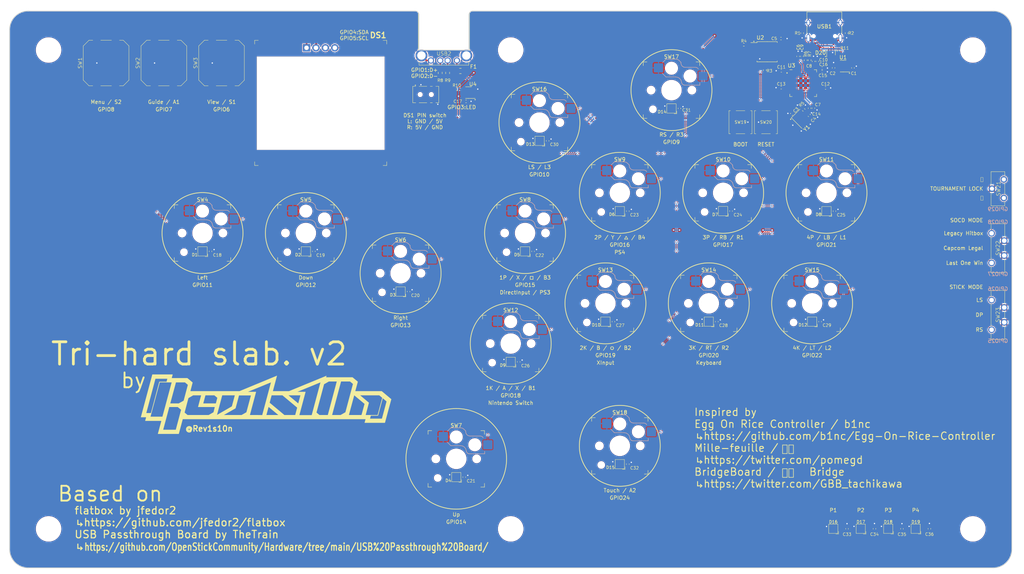
<source format=kicad_pcb>
(kicad_pcb (version 20221018) (generator pcbnew)
  (layers (0 "F.Cu" signal) (31 "B.Cu" signal) (34 "B.Paste" user) (35 "F.Paste" user) (36 "B.SilkS" user "B.Silkscreen") (37 "F.SilkS" user "F.Silkscreen") (38 "B.Mask" user) (39 "F.Mask" user) (44 "Edge.Cuts" user))
  (net 0 "")
  (net 1 "GND")
  (net 2 "1K")
  (net 3 "1P")
  (net 4 "2K")
  (net 5 "2P")
  (net 6 "3K")
  (net 7 "3P")
  (net 8 "4K")
  (net 9 "4P")
  (net 10 "Down")
  (net 11 "Guide")
  (net 12 "Left")
  (net 13 "Menu")
  (net 14 "Right")
  (net 15 "Touch")
  (net 16 "Up")
  (net 17 "View")
  (net 18 "d-")
  (net 19 "d+")
  (net 20 "L3")
  (net 21 "R3")
  (net 22 "Net-(USB1-CC2)")
  (net 23 "Net-(USB1-CC1)")
  (net 24 "+5V")
  (net 25 "+3V3")
  (net 26 "XIN")
  (net 27 "Net-(C4-Pad1)")
  (net 28 "+1V1")
  (net 29 "Net-(R3-Pad1)")
  (net 30 "QSPI_SS")
  (net 31 "XOUT")
  (net 32 "Net-(U3-USB_DP)")
  (net 33 "Net-(U3-USB_DM)")
  (net 34 "Net-(U3-RUN)")
  (net 36 "QSPI_SD1")
  (net 37 "QSPI_SD2")
  (net 38 "QSPI_SD0")
  (net 39 "QSPI_SCLK")
  (net 40 "QSPI_SD3")
  (net 42 "SCL")
  (net 43 "SDA")
  (net 44 "RGB_LED")
  (net 49 "Focus")
  (net 50 "SOCD_2")
  (net 51 "SOCD_1")
  (net 52 "RS")
  (net 53 "LS")
  (net 56 "USB_A_d+")
  (net 57 "USB_A_d-")
  (net 58 "Net-(USB2-VBUS)")
  (net 60 "Net-(D1-DIN)")
  (net 61 "Net-(D1-DOUT)")
  (net 62 "Net-(D2-DOUT)")
  (net 63 "Net-(D3-DOUT)")
  (net 64 "Net-(D4-DOUT)")
  (net 65 "Net-(D5-DOUT)")
  (net 66 "Net-(D6-DOUT)")
  (net 67 "Net-(D7-DOUT)")
  (net 68 "Net-(D8-DOUT)")
  (net 69 "Net-(D10-DIN)")
  (net 70 "Net-(D10-DOUT)")
  (net 71 "Net-(D11-DOUT)")
  (net 72 "Net-(D12-DOUT)")
  (net 73 "Net-(D13-DOUT)")
  (net 74 "Net-(D14-DOUT)")
  (net 75 "Net-(D15-DOUT)")
  (net 76 "Net-(D16-DOUT)")
  (net 77 "Net-(D17-DOUT)")
  (net 78 "Net-(D18-DOUT)")
  (net 79 "Net-(U4-Y)")
  (net 81 "Net-(USB2-D+)")
  (net 82 "Net-(USB2-D-)")
  (net 84 "Net-(D20-Pad4)")
  (net 85 "Net-(DS1-GND)")
  (net 86 "Net-(DS1-VCC)")
  (footprint "Revbox_lib:SK6812-EC20" (layer "F.Cu") (at 154.71011 80.045422)
    (fp_text reference "D5")
    (fp_text value "SK6812")
  )
  (footprint "Capacitor_SMD:C_0402_1005Metric" (layer "F.Cu") (at 241.439982 154.785668 90)
    (fp_text reference "C33")
    (fp_text value "100n")
  )
  (footprint "PCM_Switch_Keyboard_Hotswap_Kailh:SW_Hotswap_Kailh_Choc_V1V2" (layer "F.Cu") (at 67.81011 75.115422)
    (fp_text reference "SW4")
    (fp_text value "Left")
  )
  (footprint "Connector_USB:USB_C_Receptacle_HRO_TYPE-C-31-M-12" (layer "F.Cu") (at 235.339738 20.854 180)
    (fp_text reference "USB1")
    (fp_text value "~")
  )
  (footprint "Capacitor_SMD:C_0402_1005Metric" (layer "F.Cu") (at 223.71 35.95 180)
    (fp_text reference "C13")
    (fp_text value "100n" hide)
  )
  (footprint "PCM_Switch_Keyboard_Hotswap_Kailh:SW_Hotswap_Kailh_Choc_V1V2" (layer "F.Cu") (at 204.20011 94.055422)
    (fp_text reference "SW14")
    (fp_text value "3K / RT")
  )
  (footprint "Capacitor_SMD:C_0402_1005Metric" (layer "F.Cu") (at 237.825 30.62 90)
    (fp_text reference "C2")
    (fp_text value "1u" hide)
  )
  (footprint "MountingHole:MountingHole_6.4mm_M6" (layer "F.Cu") (at 26.34024 154.810426)
    (fp_text reference "M4" hide)
    (fp_text value "MountingHole_6.4mm_M6")
  )
  (footprint "Revbox_lib:SK6812-EC20" (layer "F.Cu") (at 235.91011 69.215422)
    (fp_text reference "D8")
    (fp_text value "SK6812")
  )
  (footprint "PCM_Switch_Keyboard_Hotswap_Kailh:SW_Hotswap_Kailh_Choc_V1V2" (layer "F.Cu") (at 235.91011 64.285422)
    (fp_text reference "SW11")
    (fp_text value "4P / LB")
  )
  (footprint "Capacitor_SMD:C_0402_1005Metric" (layer "F.Cu") (at 160.78011 50.275422 90)
    (fp_text reference "C30")
    (fp_text value "100n")
  )
  (footprint "Capacitor_SMD:C_0402_1005Metric" (layer "F.Cu") (at 223.74 31.4 180)
    (fp_text reference "C11")
    (fp_text value "100n" hide)
  )
  (footprint "MountingHole:MountingHole_6.4mm_M6" (layer "F.Cu") (at 150.84024 154.810426)
    (fp_text reference "M5" hide)
    (fp_text value "MountingHole_6.4mm_M6")
  )
  (footprint "Capacitor_SMD:C_0402_1005Metric" (layer "F.Cu") (at 206.35011 98.985422 90)
    (fp_text reference "C28")
    (fp_text value "100n")
  )
  (footprint "Revbox_lib:SK6812-EC20" (layer "F.Cu") (at 237.739982 154.785668)
    (fp_text reference "D16")
    (fp_text value "SK6812")
  )
  (footprint "PCM_Switch_Keyboard_Hotswap_Kailh:SW_Hotswap_Kailh_Choc_V1V2" (layer "F.Cu") (at 194.15011 36.615422)
    (fp_text reference "SW17")
    (fp_text value "R3")
  )
  (footprint "PCM_Switch_Keyboard_Hotswap_Kailh:SW_Hotswap_Kailh_Choc_V1V2" (layer "F.Cu") (at 180.23011 64.285422)
    (fp_text reference "SW9")
    (fp_text value "2P / Y")
  )
  (footprint "Capacitor_SMD:C_0402_1005Metric" (layer "F.Cu") (at 232.37 41.48 -90)
    (fp_text reference "C7")
    (fp_text value "100n" hide)
  )
  (footprint "Capacitor_SMD:C_0402_1005Metric" (layer "F.Cu") (at 156.86011 80.045422 90)
    (fp_text reference "C22")
    (fp_text value "100n")
  )
  (footprint "Revbox_lib:SSSS820101" (layer "F.Cu") (at 127.95 37.8)
    (fp_text reference "SW24" hide)
    (fp_text value "SW_DPDT")
  )
  (footprint "Revbox_lib:SK6812-EC20" (layer "F.Cu") (at 259.939982 154.785668)
    (fp_text reference "D19")
    (fp_text value "SK6812")
  )
  (footprint "Resistor_SMD:R_0402_1005Metric" (layer "F.Cu") (at 213.64 24.37 180)
    (fp_text reference "R4")
    (fp_text value "10k" hide)
  )
  (footprint "Capacitor_SMD:C_0402_1005Metric" (layer "F.Cu") (at 226.460589 43.159411 -135)
    (fp_text reference "C3")
    (fp_text value "30p" hide)
  )
  (footprint "Revbox_lib:K3-1346E-F1" (layer "F.Cu") (at 282.089642 79.170428 90)
    (fp_text reference "SW22")
    (fp_text value "SW_SP3T")
  )
  (footprint "Resistor_SMD:R_0603_1608Metric" (layer "F.Cu") (at 133.839996 31.98 90)
    (fp_text reference "R9")
    (fp_text value "22")
  )
  (footprint "Capacitor_SMD:C_0402_1005Metric" (layer "F.Cu") (at 231.35 41.49 -90)
    (fp_text reference "C14")
    (fp_text value "100n" hide)
  )
  (footprint "PCM_Switch_Keyboard_Hotswap_Kailh:SW_Hotswap_Kailh_Choc_V1V2" (layer "F.Cu") (at 232.04011 94.055422)
    (fp_text reference "SW15")
    (fp_text value "4K / LT")
  )
  (footprint "MountingHole:MountingHole_6.4mm_M6" (layer "F.Cu") (at 275.34024 154.810426)
    (fp_text reference "M6" hide)
    (fp_text value "MountingHole_6.4mm_M6")
  )
  (footprint "Revbox_lib:SK6812-EC20" (layer "F.Cu") (at 180.23011 69.215422)
    (fp_text reference "D6")
    (fp_text value "SK6812")
  )
  (footprint "Revbox_lib:SK6812-EC20" (layer "F.Cu") (at 150.84011 109.815422)
    (fp_text reference "D9")
    (fp_text value "SK6812")
  )
  (footprint "Package_TO_SOT_SMD:SOT-23-5" (layer "F.Cu") (at 139.4625 37.29)
    (fp_text reference "U4")
    (fp_text value "SN74LV1T34DBVR" hide)
  )
  (footprint "Revbox_lib:SK6812-EC20" (layer "F.Cu") (at 180.23011 137.375422)
    (fp_text reference "D15")
    (fp_text value "SK6812")
  )
  (footprint "Capacitor_SMD:C_0402_1005Metric" (layer "F.Cu") (at 196.30011 41.545422 90)
    (fp_text reference "C31")
    (fp_text value "100n")
  )
  (footprint "Revbox_lib:SK6812-EC20" (layer "F.Cu") (at 194.15011 41.545422)
    (fp_text reference "D14")
    (fp_text value "SK6812")
  )
  (footprint "PCM_Switch_Keyboard_Hotswap_Kailh:SW_Hotswap_Kailh_Choc_V1V2" (layer "F.Cu") (at 121.17011 85.945422)
    (fp_text reference "SW6")
    (fp_text value "Right")
  )
  (footprint "Revbox_lib:K3-1346E-F1" (layer "F.Cu") (at 282.089642 97.170428 90)
    (fp_text reference "SW23")
    (fp_text value "SW_SP3T")
  )
  (footprint "Capacitor_SMD:C_0402_1005Metric" (layer "F.Cu") (at 233.43 28.86275 90)
    (fp_text reference "C10")
    (fp_text value "1u" hide)
  )
  (footprint "Revbox_lib:TS-1003S-09526" (layer "F.Cu") (at 72.939943 29.310027 90)
    (fp_text reference "SW3")
    (fp_text value "View")
  )
  (footprint "Capacitor_SMD:C_0402_1005Metric" (layer "F.Cu") (at 238.06011 69.215422 90)
    (fp_text reference "C25")
    (fp_text value "100n")
  )
  (footprint "Revbox_lib:SK6812-EC20" (layer "F.Cu") (at 158.63011 50.275422)
    (fp_text reference "D13")
    (fp_text value "SK6812")
  )
  (footprint "Package_SO:SOIC-8_5.23x5.23mm_P1.27mm" (layer "F.Cu") (at 219.91 26.275 -90)
    (fp_text reference "U2")
    (fp_text value "W25Q128JVS" hide)
  )
  (footprint "Capacitor_SMD:C_0402_1005Metric" (layer "F.Cu") (at 69.96011 80.045422 90)
    (fp_text reference "C18")
    (fp_text value "100n")
  )
  (footprint "MountingHole:MountingHole_6.4mm_M6" (layer "F.Cu") (at 26.34024 25.810426)
    (fp_text reference "M1" hide)
    (fp_text value "MountingHole_6.4mm_M6")
  )
  (footprint "PCM_Switch_Keyboard_Hotswap_Kailh:SW_Hotswap_Kailh_Choc_V1V2" (layer "F.Cu") (at 150.84011 104.885422)
    (fp_text reference "SW12")
    (fp_text value "1K / A")
  )
  (footprint "PCM_Switch_Keyboard_Hotswap_Kailh:SW_Hotswap_Kailh_Choc_V1V2" (layer "F.Cu") (at 180.23011 132.445422)
    (fp_text reference "SW18")
    (fp_text value "Touch")
  )
  (footprint "Capacitor_SMD:C_0402_1005Metric" (layer "F.Cu") (at 223.65 22.72)
    (fp_text reference "C5")
    (fp_text value "100n" hide)
  )
  (footprint "Revbox_lib:SK6812-EC20" (layer "F.Cu") (at 232.04011 98.985422)
    (fp_text reference "D12")
    (fp_text value "SK6812")
  )
  (footprint "Resistor_SMD:R_0402_1005Metric" (layer "F.Cu") (at 229.35 21.26 90)
    (fp_text reference "R1")
    (fp_text value "5.1k" hide)
  )
  (footprint "Capacitor_SMD:C_0402_1005Metric" (layer "F.Cu") (at 138.32011 140.875422 90)
    (fp_text reference "C21")
    (fp_text value "100n")
  )
  (footprint "Crystal:Crystal_SMD_3225-4Pin_3.2x2.5mm" (layer "F.Cu") (at 229.009964 44.312045 -45)
    (fp_text reference "Y1")
    (fp_text value "Crystal_GND24" hide)
  )
  (footprint "Capacitor_SMD:C_0402_1005Metric" (layer "F.Cu") (at 229.29 27.52 90)
    (fp_text reference "C9")
    (fp_text value "100n" hide)
  )
  (footprint "Fuse:Fuse_0805_2012Metric" (layer "F.Cu") (at 137.28 31.45)
    (fp_text reference "F1")
    (fp_text value "Fuse" hide)
  )
  (footprint "Capacitor_SMD:C_0402_1005Metric" (layer "F.Cu") (at 178.51011 98.985422 90)
    (fp_text reference "C27")
    (fp_text value "100n")
  )
  (footprint "Capacitor_SMD:C_0402_1005Metric" (layer "F.Cu") (at 182.38011 137.375422 90)
    (fp_text reference "C32")
    (fp_text value "100n")
  )
  (footprint "MountingHole:MountingHole_6.4mm_M6" (layer "F.Cu") (at 275.34024 25.810426)
    (fp_text reference "M3" hide)
    (fp_text value "MountingHole_6.4mm_M6")
  )
  (footprint "Resistor_SMD:R_0402_1005Metric" (layer "F.Cu") (at 230.31 28.55275 90)
    (fp_text reference "R6")
    (fp_text value "27" hide)
  )
  (footprint "Capacitor_SMD:C_0402_1005Metric" (layer "F.Cu") (at 97.80011 80.045422 90)
    (fp_text reference "C19")
    (fp_text value "100n")
  )
  (footprint "Resistor_SMD:R_0402_1005Metric" (layer "F.Cu") (at 229.788198 41.948198 -45)
    (fp_text reference "R5")
    (fp_text value "1k" hide)
  )
  (footprint "Capacitor_SMD:C_0402_1005Metric" (layer "F.Cu") (at 263.64017 154.785668 90)
    (fp_text reference "C36")
    (fp_text value "100n")
  )
  (footprint "Capacitor_SMD:C_0402_1005Metric" (layer "F.Cu") (at 234.19011 98.985422 90)
    (fp_text reference "C29")
    (fp_text value "100n")
  )
  (footprint "Resistor_SMD:R_0603_1608Metric" (layer "F.Cu") (at 131.839996 31.98 -90)
    (fp_text reference "R8")
    (fp_text value "22")
  )
  (footprint "PCM_Switch_Keyboard_Hotswap_Kailh:SW_Hotswap_Kailh_Choc_V1V2" (layer "F.Cu") (at 154.71011 75.115422)
    (fp_text reference "SW8")
    (fp_text value "1P / X")
  )
  (footprint "Capacitor_SMD:C_0402_1005Metric" (layer "F.Cu") (at 235.65 36.02)
    (fp_text reference "C12")
    (fp_text value "100n" hide)
  )
  (footprint "Revbox_lib:SK6812-EC20" (layer "F.Cu") (at 67.81011 80.045422)
    (fp_text reference "D1")
    (fp_text value "SK6812")
  )
  (footprint "MountingHole:MountingHole_6.4mm_M6" (layer "F.Cu") (at 150.84024 25.810426)
    (fp_text reference "M2" hide)
    (fp_text value "MountingHole_6.4mm_M6")
  )
  (footprint "RP2040:RP2040-QFN-56" (layer "F.Cu") (at 229.635 34.725)
    (fp_text reference "U3")
    (fp_text value "RP2040" hide)
  )
  (footprint "Revbox_lib:SKRAAKE010" (layer "F.Cu") (at 212.74 45.2375 -90)
    (fp_text reference "SW19")
    (fp_text value "SW_Push")
  )
  (footprint "Resistor_SMD:R_0402_1005Metric" (layer "F.Cu") (at 231.37 28.55275 -90)
    (fp_text reference "R7")
    (fp_text value "27" hide)
  )
  (footprint "Revbox_lib:SKRAAKE010" (layer "F.Cu") (at 219.6 45.2375 90)
    (fp_text reference "SW20")
    (fp_text value "SW_Push")
  )
  (footprint "PCM_Switch_Keyboard_Hotswap_Kailh:SW_Hotswap_Kailh_Choc_V1V2" (layer "F.Cu") (at 176.36011 94.055422)
    (fp_text reference "SW13")
    (fp_text value "2K / B")
  )
  (footprint "Resistor_SMD:R_0402_1005Metric" (layer "F.Cu") (at 136.35 36.34)
    (fp_text reference "R10")
    (fp_text value "10k" hide)
  )
  (footprint "Package_TO_SOT_SMD:SOT-23-5" (layer "F.Cu") (at 240.3875 30.15)
    (fp_text reference "U1")
    (fp_text value "TLV73333PDBV" hide)
  )
  (footprint "Capacitor_SMD:C_0402_1005Metric" (layer "F.Cu") (at 232.41 28.87275 90)
    (fp_text reference "C8")
    (fp_text value "1u" hide)
  )
  (footprint "Resistor_SMD:R_0402_1005Metric" (layer "F.Cu") (at 219.3 31.23 90)
    (fp_text reference "R3")
    (fp_text value "1k")
  )
  (footprint "Revbox_lib:SK6812-EC20" (layer "F.Cu") (at 252.539982 154.785668)
    (fp_text reference "D18")
    (fp_text value "SK6812")
  )
  (footprint "Package_TO_SOT_SMD:SOT-363_SC-70-6" (layer "F.Cu") (at 237.14 26.45 -90)
    (fp_text reference "D20")
    (fp_text value "~")
  )
  (footprint "Revbox_lib:368030501246" (layer "F.Cu") (at 99.640373 40.059766)
    (fp_text reference "DS1")
    (fp_text value "~")
    (fp_rect (start -17.2 -12.5) (end 17.2 12.64) (stroke (width 0.05)) (fill none) (layer "Edge.Cuts"))
  )
  (footprint "Revbox_lib:SK6812-EC20" (layer "F.Cu") (at 204.20011 98.985422)
    (fp_text reference "D11")
    (fp_text value "SK6812")
  )
  (footprint "PCM_Switch_Keyboard_Hotswap_Kailh:SW_Hotswap_Kailh_Choc_V1V2" (layer "F.Cu") (at 95.65011 75.115422)
    (fp_text reference "SW5")
    (fp_text value "Down")
  )
  (footprint "Revbox_lib:SK6812-EC20" (layer "F.Cu") (at 95.65011 80.045422)
    (fp_text reference "D2")
    (fp_text value "SK6812")
  )
  (footprint "Capacitor_SMD:C_0402_1005Metric" (layer "F.Cu") (at 228.27 27.52 90)
    (fp_text reference "C6")
    (fp_text value "100n" hide)
  )
  (footprint "Resistor_SMD:R_0402_1005Metric" (layer "F.Cu") (at 239.17 26.01 -90)
    (fp_text reference "R11")
    (fp_text value "0")
  )
  (footprint "Revbox_lib:SK6812-EC20" (layer "F.Cu") (at 245.139982 154.785668)
    (fp_text reference "D17")
    (fp_text value "SK6812")
  )
  (footprint "Revbox_lib:K3-1245D-F1" (layer "F.Cu") (at 282.089642 63.170678 90)
    (fp_text reference "SW21")
    (fp_text value "SW_SPDT")
  )
  (footprint "Resistor_SMD:R_0402_1005Metric" (layer "F.Cu") (at 241.33 21.26 -90)
    (fp_text reference "R2")
    (fp_text value "5.1k" hide)
  )
  (footprint "Revbox_lib:SK6812-EC20" (layer "F.Cu") (at 136.17011 140.875422)
    (fp_text reference "D4")
    (fp_text value "SK6812")
  )
  (footprint "Capacitor_SMD:C_0402_1005Metric" (layer "F.Cu") (at 256.239982 154.785668 90)
    (fp_text reference "C35")
    (fp_text value "100n")
  )
  (footprint "Revbox_lib:SK6812-EC20" (layer "F.Cu") (at 121.17011 90.875422)
    (fp_text reference "D3")
    (fp_text value "SK6812")
  )
  (footprint "Capacitor_SMD:C_0402_1005Metric" (layer "F.Cu") (at 231.269411 43.439411 -45)
    (fp_text reference "C4")
    (fp_text value "30p" hide)
  )
  (footprint "PCM_Switch_Keyboard_Hotswap_Kailh:SW_Hotswap_Kailh_Choc_V1V2" (layer "F.Cu") (at 158.58011 45.345422)
    (fp_text reference "SW16")
    (fp_text value "L3")
  )
  (footprint "Revbox_lib:U-A-24DD-W-16" (layer "F.Cu") (at 132.839996 27.96 180)
    (fp_text reference "USB2")
    (fp_text value "USB_A")
  )
  (footprint "Capacitor_SMD:C_0402_1005Metric" (layer "F.Cu") (at 182.38011 69.215422 90)
    (fp_text reference "C23")
    (fp_text value "100n")
  )
  (footprint "Revbox_lib:SK6812-EC20" (layer "F.Cu") (at 176.36011 98.985422)
    (fp_text reference "D10")
    (fp_text value "SK6812")
  )
  (footprint "Capacitor_SMD:C_0402_1005Metric" (layer "F.Cu") (at 243.03 30.63 90)
    (fp_text reference "C1")
    (fp_text value "1u" hide)
  )
  (footprint "Capacitor_SMD:C_0402_1005Metric" (layer "F.Cu") (at 210.2 69.19 90)
    (fp_text reference "C24")
    (fp_text value "100n")
  )
  (footprint "PCM_Switch_Keyboard_Hotswap_Kailh:SW_Hotswap_Kailh_Choc_V1V2" (layer "F.Cu") (at 208.07011 64.285422)
    (fp_text reference "SW10")
    (fp_text value "3P / RB")
  )
  (footprint "Revbox_lib:TS-1003S-09526" (layer "F.Cu") (at 57.389943 29.310027 90)
    (fp_text reference "SW2")
    (fp_text value "Guide")
  )
  (footprint "Capacitor_SMD:C_0402_1005Metric" (layer "F.Cu") (at 138.81 39.64)
    (fp_text reference "C17")
    (fp_text value "100n" hide)
  )
  (footprint "Capacitor_SMD:C_0402_1005Metric" (layer "F.Cu") (at 123.32011 90.875422 90)
    (fp_text reference "C20")
    (fp_text value "100n")
  )
  (footprint "Capacitor_SMD:C_0402_1005Metric" (layer "F.Cu") (at 152.99011 109.815422 90)
    (fp_text reference "C26")
    (fp_text value "100n")
  )
  (footprint "Revbox_lib:SK6812-EC20" (layer "F.Cu") (at 208.05 69.19)
    (fp_text reference "D7")
    (fp_text value "SK6812")
  )
  (footprint "PCM_Switch_Keyboard_Hotswap_Kailh:SW_Hotswap_Kailh_Choc_V1V2" (layer "F.Cu") (at 136.17011 135.945422)
    (fp_text reference "SW7")
    (fp_text value "Up")
  )
  (footprint "Capacitor_SMD:C_0402_1005Metric" (layer "F.Cu") (at 234.74 31.67)
    (fp_text reference "C15")
    (fp_text value "100n" hide)
  )
  (footprint "Revbox_lib:TS-1003S-09526" (layer "F.Cu") (at 41.839943 29.310027 90)
    (fp_text reference "SW1")
    (fp_text value "Menu")
  )
  (footprint "Capacitor_SMD:C_0402_1005Metric" (layer "F.Cu") (at 248.839982 154.785668 90)
    (fp_text reference "C34")
    (fp_text value "100n")
  )
  (footprint "Capacitor_SMD:C_0402_1005Metric" (layer "F.Cu") (at 234.74 30.67)
    (fp_text reference "C16")
    (fp_text value "100n" hide)
  )
  (gr_circle (center 150.84011 104.885422) (end 161.74011 104.885422) (stroke (width 0.2)) (fill none) (layer "F.SilkS"))
  (gr_circle (center 95.65011 75.115422) (end 106.55011 75.115422) (stroke (width 0.2)) (fill none) (layer "F.SilkS"))
  (gr_circle (center 194.15011 36.615422) (end 205.05011 36.615422) (stroke (width 0.2)) (fill none) (layer "F.SilkS"))
  (gr_circle (center 136.17011 135.945422) (end 149.72011 135.945422) (stroke (width 0.2)) (fill none) (layer "F.SilkS"))
  (gr_circle (center 225.28 31.99) (end 225.38 31.99) (stroke (width 0.15)) (fill solid) (layer "F.SilkS"))
  (gr_circle (center 180.23011 132.445422) (end 191.13011 132.445422) (stroke (width 0.2)) (fill none) (layer "F.SilkS"))
  (gr_circle (center 204.20011 94.055422) (end 215.10011 94.055422) (stroke (width 0.2)) (fill none) (layer "F.SilkS"))
  (gr_poly (pts (xy 59.519969 114.183957) (xy 63.726854 114.183957) (xy 65.155605 115.374582) (xy 64.547061 117.702915) (xy 77.776229 117.702915) (xy 87.883312 113.522499) (xy 86.77206 117.702915) (xy 91.111225 117.702915) (xy 101.218307 113.548957) (xy 101.112476 113.972291) (xy 108.229766 113.972291) (xy 109.658512 115.162915) (xy 108.970596 117.702915) (xy 116.087886 117.702915) (xy 118.680797 119.872499) (xy 116.961009 126.248957) (xy 111.457675 126.248957) (xy 111.722263 125.269999) (xy 62.483301 125.269999) (xy 61.424968 129.238749) (xy 55.762886 129.238749) (xy 56.070837 128.10104) (xy 57.218094 128.10104) (xy 60.604761 128.10104) (xy 61.400074 125.111248) (xy 112.939334 125.111248) (xy 116.140796 125.111248) (xy 117.384334 120.48104) (xy 116.378917 119.634374) (xy 116.352458 119.68729) (xy 115.108913 124.317498) (xy 113.151004 124.317498) (xy 112.939334 125.111248) (xy 61.400074 125.111248) (xy 61.836441 123.470832) (xy 62.986011 123.470832) (xy 63.77976 124.13229) (xy 69.468301 124.13229) (xy 73.569343 124.13229) (xy 78.331844 124.13229) (xy 79.628299 123.391456) (xy 80.845386 118.867082) (xy 77.643928 118.867082) (xy 76.717885 122.333123) (xy 73.569343 124.13229) (xy 69.468301 124.13229) (xy 69.514602 124.105832) (xy 71.717262 124.105832) (xy 75.712469 121.803957) (xy 76.506219 118.840623) (xy 73.119552 118.840623) (xy 71.717262 124.105832) (xy 69.514602 124.105832) (xy 70.76476 123.391457) (xy 71.108718 121.989164) (xy 66.584344 121.989164) (xy 66.63726 121.830415) (xy 66.848928 121.010207) (xy 68.013093 121.010207) (xy 71.399759 121.010207) (xy 71.796634 119.502082) (xy 71.002883 118.840623) (xy 68.595176 118.840623) (xy 68.013093 121.010207) (xy 66.848928 121.010207) (xy 67.431011 118.840623) (xy 65.287887 118.840623) (xy 64.017885 119.581456) (xy 62.986011 123.470832) (xy 61.836441 123.470832) (xy 62.03351 122.729999) (xy 61.133926 121.989165) (xy 58.85851 121.989165) (xy 57.218094 128.10104) (xy 56.070837 128.10104) (xy 56.715385 125.71979) (xy 52.34976 125.71979) (xy 52.614344 124.740832) (xy 51.185594 124.740832) (xy 51.228194 124.582082) (xy 53.804968 124.582082) (xy 57.006425 124.582082) (xy 57.968478 121.010207) (xy 59.123094 121.010207) (xy 61.398509 121.010207) (xy 62.721427 120.269374) (xy 63.357414 117.888124) (xy 80.051635 117.888124) (xy 82.247676 117.888124) (xy 80.580802 124.13229) (xy 82.234447 124.135597) (xy 83.371328 124.143452) (xy 83.745981 124.150015) (xy 83.888092 124.158748) (xy 83.895163 124.13229) (xy 85.025802 124.13229) (xy 88.227256 124.13229) (xy 85.607883 121.962707) (xy 85.025802 124.13229) (xy 83.895163 124.13229) (xy 84.779093 120.824998) (xy 85.898925 120.824998) (xy 89.867675 124.13229) (xy 92.778095 124.13229) (xy 93.307262 122.147915) (xy 89.338512 118.840623) (xy 90.978927 118.840623) (xy 93.598304 121.010207) (xy 94.180385 118.840623) (xy 90.978927 118.840623) (xy 89.338512 118.840623) (xy 86.428092 118.840623) (xy 85.898925 120.824998) (xy 84.779093 120.824998) (xy 85.564023 117.888124) (xy 93.386631 117.888124) (xy 95.582675 117.888124) (xy 93.915798 124.13229) (xy 93.915798 124.158748) (xy 97.223091 124.158748) (xy 97.406948 123.470832) (xy 98.51955 123.470832) (xy 99.313301 124.13229) (xy 101.562255 124.13229) (xy 102.726425 124.13229) (xy 105.001842 124.13229) (xy 107.250801 124.13229) (xy 110.63747 124.13229) (xy 111.457675 121.142498) (xy 108.67955 118.840623) (xy 110.293506 118.840623) (xy 112.648296 120.824998) (xy 111.775173 124.13229) (xy 114.976634 124.13229) (xy 116.22018 119.502082) (xy 115.426425 118.840623) (xy 110.293506 118.840623) (xy 108.67955 118.840623) (xy 107.250801 124.13229) (xy 105.001842 124.13229) (xy 106.298301 123.391457) (xy 108.335594 115.771457) (xy 107.541843 115.109999) (xy 105.134132 115.109999) (xy 102.726425 124.13229) (xy 101.562255 124.13229) (xy 103.969966 115.109999) (xy 101.853298 115.109999) (xy 100.556842 115.850832) (xy 98.51955 123.470832) (xy 97.406948 123.470832) (xy 99.57788 115.348124) (xy 93.386631 117.888124) (xy 85.564023 117.888124) (xy 86.242881 115.348124) (xy 80.051635 117.888124) (xy 63.357414 117.888124) (xy 63.859136 116.009582) (xy 63.065385 115.348124) (xy 60.657677 115.348124) (xy 59.123094 121.010207) (xy 57.968478 121.010207) (xy 59.493509 115.348124) (xy 56.292051 115.348124) (xy 53.804968 124.582082) (xy 51.228194 124.582082) (xy 51.490897 123.603123) (xy 52.667261 123.603123) (xy 53.910802 123.603123) (xy 56.159761 115.162915) (xy 58.117677 115.162915) (xy 58.329344 114.369166) (xy 55.127885 114.369166) (xy 52.667261 123.603123) (xy 51.490897 123.603123) (xy 54.281218 113.204999) (xy 59.784552 113.204999)) (fill solid) (layer "F.SilkS"))
  (gr_circle (center 121.17011 85.945422) (end 132.07011 85.945422) (stroke (width 0.2)) (fill none) (layer "F.SilkS"))
  (gr_circle (center 67.81011 75.115422) (end 78.71011 75.115422) (stroke (width 0.2)) (fill none) (layer "F.SilkS"))
  (gr_circle (center 176.36011 94.055422) (end 187.26011 94.055422) (stroke (width 0.2)) (fill none) (layer "F.SilkS"))
  (gr_circle (center 154.71011 75.115422) (end 165.61011 75.115422) (stroke (width 0.2)) (fill none) (layer "F.SilkS"))
  (gr_circle (center 180.23011 64.285422) (end 191.13011 64.285422) (stroke (width 0.2)) (fill none) (layer "F.SilkS"))
  (gr_circle (center 232.04011 94.055422) (end 242.94011 94.055422) (stroke (width 0.2)) (fill none) (layer "F.SilkS"))
  (gr_circle (center 235.91011 64.285422) (end 246.81011 64.285422) (stroke (width 0.2)) (fill none) (layer "F.SilkS"))
  (gr_circle (center 208.07011 64.285422) (end 218.97011 64.285422) (stroke (width 0.2)) (fill none) (layer "F.SilkS"))
  (gr_circle (center 158.58011 45.345422) (end 169.48011 45.345422) (stroke (width 0.2)) (fill none) (layer "F.SilkS"))
  (gr_circle (center 226.26 44.46) (end 226.36 44.46) (stroke (width 0.15)) (fill solid) (layer "F.SilkS"))
  (gr_line (start 20.84 165.31) (end 280.84 165.31) (stroke (width 0.2)) (layer "Edge.Cuts"))
  (gr_arc (start 20.84 165.31) (mid 17.304466 163.845534) (end 15.84 160.31) (stroke (width 0.2)) (layer "Edge.Cuts"))
  (gr_line (start 285.84 160.31) (end 285.84 20.31) (stroke (width 0.2)) (layer "Edge.Cuts"))
  (gr_line (start 280.840011 15.31) (end 140.589998 15.309688) (stroke (width 0.2)) (layer "Edge.Cuts"))
  (gr_line (start 15.84 20.31) (end 15.84 160.31) (stroke (width 0.2)) (layer "Edge.Cuts"))
  (gr_line (start 126.089996 25.83) (end 126.089996 16.309688) (stroke (width 0.2)) (layer "Edge.Cuts"))
  (gr_line (start 139.589996 16.309688) (end 139.589996 25.83) (stroke (width 0.2)) (layer "Edge.Cuts"))
  (gr_arc (start 285.84 160.31) (mid 284.375534 163.845534) (end 280.84 165.31) (stroke (width 0.2)) (layer "Edge.Cuts"))
  (gr_arc (start 125.089993 15.309688) (mid 125.797109 15.602578) (end 126.089996 16.309688) (stroke (width 0.2)) (layer "Edge.Cuts"))
  (gr_arc (start 15.84 20.31) (mid 17.304466 16.774466) (end 20.84 15.31) (stroke (width 0.2)) (layer "Edge.Cuts"))
  (gr_line (start 125.089993 15.309688) (end 20.84 15.31) (stroke (width 0.2)) (layer "Edge.Cuts"))
  (gr_arc (start 280.840011 15.31) (mid 284.375538 16.77447) (end 285.84 20.31) (stroke (width 0.2)) (layer "Edge.Cuts"))
  (gr_arc (start 139.589996 16.309688) (mid 139.882892 15.602583) (end 140.589998 15.309688) (stroke (width 0.2)) (layer "Edge.Cuts"))
  (gr_line (start 139.589996 25.83) (end 126.089996 25.83) (stroke (width 0.2)) (layer "Edge.Cuts"))
  (gr_text "立川" (at 223.86 140.845422) (layer "F.SilkS") (effects (font (size 2 2) (thickness 0.25)) (justify left bottom)))
  (gr_text "DS1 PIN switch\nL: GND / 5V\nR: 5V / GND" (at 127.73 45.01) (layer "F.SilkS") (effects (font (size 1 1))))
  (gr_text "GPIO1:D+\nGPIO2:D-" (at 127.6 32) (layer "F.SilkS") (effects (font (size 1 1))))
  (gr_text "ぽめ" (at 223.86 134.445422) (layer "F.SilkS") (effects (font (size 2 2) (thickness 0.25)) (justify left bottom)))
  (gr_text "flatbox by jfedor2\n↳https://github.com/jfedor2/flatbox\nUSB Passthrough Board by TheTrain\n↳" (at 33.17 160.7) (layer "F.SilkS") (effects (font (size 2 2) (thickness 0.3) bold) (justify left bottom)))
  (gr_text "Inspired by\nEgg On Rice Controller / b1nc\n↳https://github.com/b1nc/Egg-On-Rice-Controller\nMille-feuille /\n↳https://twitter.com/pomegd\nBridgeBoard /      Bridge\n↳https://twitter.com/GBB_tachikawa\n" (at 200.16 143.845422) (layer "F.SilkS") (effects (font (size 2 2) (thickness 0.25)) (justify left bottom)))
  (gr_text "Tri-hard slab. v2" (at 26.519969 111.183957) (layer "F.SilkS") (effects (font (size 6 6) (thickness 0.75)) (justify left bottom)))
  (gr_text "https://github.com/OpenStickCommunity/Hardware/tree/main/USB%20Passthrough%20Board/" (at 35.82 160.85) (layer "F.SilkS") (effects (font (size 2 1.5) (thickness 0.3) bold) (justify left bottom)))
  (gr_text "Based on" (at 28.51 147.72) (layer "F.SilkS") (effects (font (size 4 4) (thickness 0.5)) (justify left bottom)))
  (gr_text "@Rev1s10n" (at 63.019969 128.683957) (layer "F.SilkS") (effects (font (size 1.5 1.5) (thickness 0.3) bold) (justify left bottom)))
  (gr_text "GPIO3:LED" (at 133.7 41.8) (layer "F.SilkS") (effects (font (size 1 1)) (justify left bottom)))
  (gr_text "by" (at 45.519969 117.183957) (layer "F.SilkS") (effects (font (size 4 4) (thickness 0.5)) (justify left bottom)))
  (gr_text "GPIO4:SDA\nGPIO5:SCL" (at 104.7 23.21) (layer "F.SilkS") (effects (font (size 1 1)) (justify left bottom)))
  (segment (start 134.394578 140.225422) (end 135.52011 140.225422) (width 0.4) (layer "F.Cu") (net 1))
  (segment (start 248.839982 153.370018) (end 248.839982 154.305668) (width 0.4) (layer "F.Cu") (net 1))
  (segment (start 231.35 42.2) (end 231.35 41.97) (width 0.4) (layer "F.Cu") (net 1))
  (segment (start 217.6 48.2375) (end 217.6 45.2375) (width 0.4) (layer "F.Cu") (net 1))
  (segment (start 128.139996 28.63) (end 129.339996 28.63) (width 0.4) (layer "F.Cu") (net 1))
  (segment (start 231.934738 23.505) (end 231.019738 22.59) (width 0.4) (layer "F.Cu") (net 1))
  (segment (start 207.305422 98.505422) (end 206.35011 98.505422) (width 0.4) (layer "F.Cu") (net 1))
  (segment (start 130.2 40.35) (end 131.125 40.35) (width 0.4) (layer "F.Cu") (net 1))
  (segment (start 228.08 40.64) (end 228.635 40.085) (width 0.2) (layer "F.Cu") (net 1))
  (segment (start 214.74 48.2375) (end 214.74 45.2375) (width 0.4) (layer "F.Cu") (net 1))
  (segment (start 241.525 30.15) (end 237.835 30.15) (width 0.4) (layer "F.Cu") (net 1))
  (segment (start 223.26 31.4) (end 222.37 31.4) (width 0.4) (layer "F.Cu") (net 1))
  (segment (start 256.239982 153.399982) (end 256.239982 154.305668) (width 0.4) (layer "F.Cu") (net 1))
  (segment (start 241.33 21.77) (end 241.33 22.51) (width 0.4) (layer "F.Cu") (net 1))
  (segment (start 174.524578 98.335422) (end 175.71011 98.335422) (width 0.4) (layer "F.Cu") (net 1))
  (segment (start 229.29 26.125) (end 229.29 27.04) (width 0.4) (layer "F.Cu") (net 1))
  (segment (start 54.889943 29.310027) (end 54.889943 22.335027) (width 0.4) (layer "F.Cu") (net 1))
  (segment (start 131.125 40.35) (end 131.2 40.425) (width 0.4) (layer "F.Cu") (net 1))
  (segment (start 125.7 35.25) (end 126.55 35.25) (width 0.4) (layer "F.Cu") (net 1))
  (segment (start 228.833187 42.933187) (end 228.950345 43.050345) (width 0.4) (layer "F.Cu") (net 1))
  (segment (start 232.41 27.48725) (end 232.41 28.39275) (width 0.4) (layer "F.Cu") (net 1))
  (segment (start 214.74 42.2375) (end 214.74 45.2375) (width 0.4) (layer "F.Cu") (net 1))
  (segment (start 258.164332 154.135668) (end 259.289982 154.135668) (width 0.4) (layer "F.Cu") (net 1))
  (segment (start 238.744738 23.505) (end 239.659738 22.59) (width 0.4) (layer "F.Cu") (net 1))
  (segment (start 157.795422 79.565422) (end 156.86011 79.565422) (width 0.4) (layer "F.Cu") (net 1))
  (segment (start 217.93 28.18) (end 216.31 28.18) (width 0.4) (layer "F.Cu") (net 1))
  (segment (start 263.64 153.35) (end 263.64017 153.35017) (width 0.4) (layer "F.Cu") (net 1))
  (segment (start 237.03 36.02) (end 236.13 36.02) (width 0.4) (layer "F.Cu") (net 1))
  (segment (start 239.005422 68.735422) (end 238.06011 68.735422) (width 0.4) (layer "F.Cu") (net 1))
  (segment (start 206.25 68.54) (end 207.4 68.54) (width 0.4) (layer "F.Cu") (net 1))
  (segment (start 70.439943 29.310027) (end 70.439943 22.335027) (width 0.4) (layer "F.Cu") (net 1))
  (segment (start 237.825 30.14) (end 237.825 29.18) (width 0.4) (layer "F.Cu") (net 1))
  (segment (start 202.385422 98.335422) (end 203.55011 98.335422) (width 0.4) (layer "F.Cu") (net 1))
  (segment (start 243.03 30.15) (end 243.94 30.15) (width 0.4) (layer "F.Cu") (net 1))
  (segment (start 230.27 98.335422) (end 231.39011 98.335422) (width 0.4) (layer "F.Cu") (net 1))
  (segment (start 226.121178 43.491178) (end 225.51 42.88) (width 0.4) (layer "F.Cu") (net 1))
  (segment (start 222.32 35.95) (end 223.23 35.95) (width 0.4) (layer "F.Cu") (net 1))
  (segment (start 226.121178 43.498822) (end 226.121178 43.491178) (width 0.4) (layer "F.Cu") (net 1))
  (segment (start 226.121178 43.498822) (end 226.121178 44.151178) (width 0.4) (layer "F.Cu") (net 1))
  (segment (start 65.984578 79.395422) (end 67.16011 79.395422) (width 0.4) (layer "F.Cu") (net 1))
  (segment (start 126.789996 27.28) (end 128.139996 28.63) (width 0.4) (layer "F.Cu") (net 1))
  (segment (start 54.889943 36.285027) (end 54.889943 29.310027) (width 0.4) (layer "F.Cu") (net 1))
  (segment (start 156.824578 49.625422) (end 157.98011 49.625422) (width 0.4) (layer "F.Cu") (net 1))
  (segment (start 263.64017 153.35017) (end 263.64017 154.305668) (width 0.4) (layer "F.Cu") (net 1))
  (segment (start 234.104578 68.565422) (end 235.26011 68.565422) (width 0.4) (layer "F.Cu") (net 1))
  (segment (start 238.589738 23.505) (end 238.744738 23.505) (width 0.4) (layer "F.Cu") (net 1))
  (segment (start 232.37 41.96) (end 233.36 41.96) (width 0.4) (layer "F.Cu") (net 1))
  (segment (start 197.245422 41.065422) (end 196.30011 41.065422) (width 0.4) (layer "F.Cu") (net 1))
  (segment (start 232.089738 23.505) (end 231.934738 23.505) (width 0.4) (layer "F.Cu") (net 1))
  (segment (start 178.324578 136.725422) (end 179.58011 136.725422) (width 0.4) (layer "F.Cu") (net 1))
  (segment (start 237.14 27.4) (end 237.14 26.91) (width 0.4) (layer "F.Cu") (net 1))
  (segment (start 235.22 30.67) (end 236.17 30.67) (width 0.4) (layer "F.Cu") (net 1))
  (segment (start 225.3 22.72) (end 224.13 22.72) (width 0.4) (layer "F.Cu") (net 1))
  (segment (start 217.6 42.2375) (end 217.6 45.2375) (width 0.4) (layer "F.Cu") (net 1))
  (segment (start 226.121178 44.151178) (end 227.660903 45.690903) (width 0.4) (layer "F.Cu") (net 1))
  (segment (start 211.16 68.71) (end 210.2 68.71) (width 0.4) (layer "F.Cu") (net 1))
  (segment (start 178.445422 68.565422) (end 179.58011 68.565422) (width 0.4) (layer "F.Cu") (net 1))
  (segment (start 183.334578 68.735422) (end 182.38011 68.735422) (width 0.4) (layer "F.Cu") (net 1))
  (segment (start 241.525 30.15) (end 243.03 30.15) (width 0.4) (layer "F.Cu") (net 1))
  (segment (start 228.635 40.085) (end 228.635 38.1625) (width 0.2) (layer "F.Cu") (net 1))
  (segment (start 235.954332 154.135668) (end 237.089982 154.135668) (width 0.4) (layer "F.Cu") (net 1))
  (segment (start 139.265422 140.395422) (end 138.32011 140.395422) (width 0.4) (layer "F.Cu") (net 1))
  (segment (start 126.55 35.25) (end 126.65 35.15) (width 0.4) (layer "F.Cu") (net 1))
  (segment (start 93.834578 79.395422) (end 95.00011 79.395422) (width 0.4) (layer "F.Cu") (net 1))
  (segment (start 243.324332 154.135668) (end 244.489982 154.135668) (width 0.4) (layer "F.Cu") (net 1))
  (segment (start 237.14 26.91) (end 237.56 26.49) (width 0.4) (layer "F.Cu") (net 1))
  (segment (start 228.27 26.145) (end 228.27 27.04) (width 0.4) (layer "F.Cu") (net 1))
  (segment (start 231.87 42.72) (end 231.35 42.2) (width 0.4) (layer "F.Cu") (net 1))
  (segment (start 231.87 43.4) (end 231.87 42.72) (width 0.4) (layer "F.Cu") (net 1))
  (segment (start 233.43 27.51275) (end 233.43 28.38275) (width 0.4) (layer "F.Cu") (net 1))
  (segment (start 152.914578 79.395422) (end 154.06011 79.395422) (width 0.4) (layer "F.Cu") (net 1))
  (segment (start 235.22 31.67) (end 236.15 31.67) (width 0.4) (layer "F.Cu") (net 1))
  (segment (start 123.325532 90.39) (end 123.32011 90.395422) (width 0.4) (layer "F.Cu") (net 1))
  (segment (start 70.439943 36.285027) (end 70.439943 29.310027) (width 0.4) (layer "F.Cu") (net 1))
  (segment (start 231.608822 43.778822) (end 231.608822 43.661178) (width 0.4) (layer "F.Cu") (net 1))
  (segment (start 229.35 21.77) (end 229.35 22.55) (width 0.4) (layer "F.Cu") (net 1))
  (segment (start 243.94 30.15) (end 243.95 30.16) (width 0.4) (layer "F.Cu") (net 1))
  (segment (start 98.725422 79.565422) (end 97.80011 79.565422) (width 0.4) (layer "F.Cu") (net 1))
  (segment (start 235.92 154.17) (end 235.954332 154.135668) (width 0.4) (layer "F.Cu") (net 1))
  (segment (start 183.325422 136.895422) (end 182.38011 136.895422) (width 0.4) (layer "F.Cu") (net 1))
  (segment (start 226.121178 43.498822) (end 226.121178 43.501178) (width 0.4) (layer "F.Cu") (net 1))
  (segment (start 228.950345 45.454507) (end 229.186741 45.690903) (width 0.4) (layer "F.Cu") (net 1))
  (segment (start 228.950345 43.050345) (end 228.950345 45.454507) (width 0.4) (layer "F.Cu") (net 1))
  (segment (start 149.014578 109.165422) (end 150.19011 109.165422) (width 0.4) (layer "F.Cu") (net 1))
  (segment (start 227.660903 45.690903) (end 229.186741 45.690903) (width 0.4) (layer "F.Cu") (net 1))
  (segment (start 235.115422 98.505422) (end 234.19011 98.505422) (width 0.4) (layer "F.Cu") (net 1))
  (segment (start 192.354578 40.895422) (end 193.50011 40.895422) (width 0.4) (layer "F.Cu") (net 1))
  (segment (start 119.365422 90.225422) (end 120.52011 90.225422) (width 0.4) (layer "F.Cu") (net 1))
  (segment (start 250.715668 154.135668) (end 251.889982 154.135668) (width 0.4) (layer "F.Cu") (net 1))
  (segment (start 124.27 90.39) (end 123.325532 90.39) (width 0.4) (layer "F.Cu") (net 1))
  (segment (start 140.6 36.34) (end 141.96 36.34) (width 0.4) (layer "F.Cu") (net 1))
  (segment (start 140.15 39.64) (end 140.16 39.63) (width 0.4) (layer "F.Cu") (net 1))
  (segment (start 70.925422 79.565422) (end 69.96011 79.565422) (width 0.4) (layer "F.Cu") (net 1))
  (segment (start 139.29 39.64) (end 140.15 39.64) (width 0.4) (layer "F.Cu") (net 1))
  (segment (start 161.705422 49.795422) (end 160.78011 49.795422) (width 0.4) (layer "F.Cu") (net 1))
  (segment (start 153.914578 109.335422) (end 152.99011 109.335422) (width 0.4) (layer "F.Cu") (net 1))
  (segment (start 179.455422 98.505422) (end 178.51011 98.505422) (width 0.4) (layer "F.Cu") (net 1))
  (segment (start 241.439982 153.410018) (end 241.439982 154.305668) (width 0.4) (layer "F.Cu") (net 1))
  (segment (start 222.37 31.4) (end 222.36 31.39) (width 0.4) (layer "F.Cu") (net 1))
  (segment (start 39.339943 29.310027) (end 39.339943 36.285027) (width 0.4) (layer "F.Cu") (net 1))
  (segment (start 39.339943 22.335027) (end 39.339943 29.310027) (width 0.4) (layer "F.Cu") (net 1))
  (segment (start 231.608822 43.661178) (end 231.87 43.4) (width 0.4) (layer "F.Cu") (net 1))
  (via (at 192.354578 40.895422) (size 0.6) (drill 0.35) (layers "F.Cu" "B.Cu") (net 1))
  (via (at 152.914578 79.395422) (size 0.6) (drill 0.35) (layers "F.Cu" "B.Cu") (net 1))
  (via (at 179.455422 98.505422) (size 0.6) (drill 0.35) (layers "F.Cu" "B.Cu") (net 1))
  (via (at 211.16 68.71) (size 0.6) (drill 0.35) (layers "F.Cu" "B.Cu") (net 1))
  (via (at 239.005422 68.735422) (size 0.6) (drill 0.35) (layers "F.Cu" "B.Cu") (net 1))
  (via (at 217.93 28.18) (size 0.6) (drill 0.35) (layers "F.Cu" "B.Cu") (net 1))
  (via (at 235.115422 98.505422) (size 0.6) (drill 0.35) (layers "F.Cu" "B.Cu") (net 1))
  (via (at 226.83 46.06) (size 0.6) (drill 0.35) (layers "F.Cu" "B.Cu") (net 1))
  (via (at 207.305422 98.505422) (size 0.6) (drill 0.35) (layers "F.Cu" "B.Cu") (net 1))
  (via (at 141.96 36.34) (size 0.6) (drill 0.35) (layers "F.Cu" "B.Cu") (net 1))
  (via (at 202.385422 98.335422) (size 0.6) (drill 0.35) (layers "F.Cu" "B.Cu") (net 1))
  (via (at 231.56 45.8) (size 0.6) (drill 0.35) (layers "F.Cu" "B.Cu") (net 1))
  (via (at 233.36 41.96) (size 0.6) (drill 0.35) (layers "F.Cu" "B.Cu") (net 1))
  (via (at 230.27 98.335422) (size 0.6) (drill 0.35) (layers "F.Cu" "B.Cu") (net 1))
  (via (at 248.839982 153.370018) (size 0.6) (drill 0.35) (layers "F.Cu" "B.Cu") (net 1))
  (via (at 231.87 42.72) (size 0.6) (drill 0.35) (layers "F.Cu" "B.Cu") (net 1))
  (via (at 214.74 45.2375) (size 0.6) (drill 0.35) (layers "F.Cu" "B.Cu") (net 1))
  (via (at 65.984578 79.395422) (size 0.6) (drill 0.35) (layers "F.Cu" "B.Cu") (net 1))
  (via (at 157.795422 79.565422) (size 0.6) (drill 0.35) (layers "F.Cu" "B.Cu") (net 1))
  (via (at 70.925422 79.565422) (size 0.6) (drill 0.35) (layers "F.Cu" "B.Cu") (net 1))
  (via (at 119.365422 90.225422) (size 0.6) (drill 0.35) (layers "F.Cu" "B.Cu") (net 1))
  (via (at 225.51 42.88) (size 0.6) (drill 0.35) (layers "F.Cu" "B.Cu") (net 1))
  (via (at 131.2 40.425) (size 0.6) (drill 0.35) (layers "F.Cu" "B.Cu") (net 1))
  (via (at 243.324332 154.135668) (size 0.6) (drill 0.35) (layers "F.Cu" "B.Cu") (net 1))
  (via (at 149.014578 109.165422) (size 0.6) (drill 0.35) (layers "F.Cu" "B.Cu") (net 1))
  (via (at 54.889943 29.310027) (size 0.6) (drill 0.35) (layers "F.Cu" "B.Cu") (net 1))
  (via (at 161.705422 49.795422) (size 0.6) (drill 0.35) (layers "F.Cu" "B.Cu") (net 1))
  (via (at 140.16 39.63) (size 0.6) (drill 0.35) (layers "F.Cu" "B.Cu") (net 1))
  (via (at 134.394578 140.225422) (size 0.6) (drill 0.35) (layers "F.Cu" "B.Cu") (net 1))
  (via (at 236.17 30.67) (size 0.6) (drill 0.35) (layers "F.Cu" "B.Cu") (net 1))
  (via (at 263.64 153.35) (size 0.6) (drill 0.35) (layers "F.Cu" "B.Cu") (net 1))
  (via (at 233.52 43.9) (size 0.6) (drill 0.35) (layers "F.Cu" "B.Cu") (net 1))
  (via (at 93.834578 79.395422) (size 0.6) (drill 0.35) (layers "F.Cu" "B.Cu") (net 1))
  (via (at 98.725422 79.565422) (size 0.6) (drill 0.35) (layers "F.Cu" "B.Cu") (net 1))
  (via (at 174.524578 98.335422) (size 0.6) (drill 0.35) (layers "F.Cu" "B.Cu") (net 1))
  (via (at 234.104578 68.565422) (size 0.6) (drill 0.35) (layers "F.Cu" "B.Cu") (net 1))
  (via (at 183.325422 136.895422) (size 0.6) (drill 0.35) (layers "F.Cu" "B.Cu") (net 1))
  (via (at 156.824578 49.625422) (size 0.6) (drill 0.35) (layers "F.Cu" "B.Cu") (net 1))
  (via (at 197.245422 41.065422) (size 0.6) (drill 0.35) (layers "F.Cu" "B.Cu") (net 1))
  (via (at 153.914578 109.335422) (size 0.6) (drill 0.35) (layers "F.Cu" "B.Cu") (net 1))
  (via (at 124.27 90.39) (size 0.6) (drill 0.35) (layers "F.Cu" "B.Cu") (net 1))
  (via (at 256.239982 153.399982) (size 0.6) (drill 0.35) (layers "F.Cu" "B.Cu") (net 1))
  (via (at 222.32 35.95) (size 0.6) (drill 0.35) (layers "F.Cu" "B.Cu") (net 1))
  (via (at 237.825 29.18) (size 0.6) (drill 0.35) (layers "F.Cu" "B.Cu") (net 1))
  (via (at 228.27 26.145) (size 0.6) (drill 0.35) (layers "F.Cu" "B.Cu") (net 1))
  (via (at 229.35 22.55) (size 0.6) (drill 0.35) (layers "F.Cu" "B.Cu") (net 1))
  (via (at 139.265422 140.395422) (size 0.6) (drill 0.35) (layers "F.Cu" "B.Cu") (net 1))
  (via (at 228.08 40.64) (size 0.6) (drill 0.35) (layers "F.Cu" "B.Cu") (net 1))
  (via (at 241.439982 153.410018) (size 0.6) (drill 0.35) (layers "F.Cu" "B.Cu") (net 1))
  (via (at 233.43 27.51275) (size 0.6) (drill 0.35) (layers "F.Cu" "B.Cu") (net 1))
  (via (at 230.24 40.64) (size 0.6) (drill 0.35) (layers "F.Cu" "B.Cu") (net 1))
  (via (at 178.324578 136.725422) (size 0.6) (drill 0.35) (layers "F.Cu" "B.Cu") (net 1))
  (via (at 39.339943 29.310027) (size 0.6) (drill 0.35) (layers "F.Cu" "B.Cu") (net 1))
  (via (at 178.445422 68.565422) (size 0.6) (drill 0.35) (layers "F.Cu" "B.Cu") (net 1))
  (via (at 70.439943 29.310027) (size 0.6) (drill 0.35) (layers "F.Cu" "B.Cu") (net 1))
  (via (at 225.3 22.72) (size 0.6) (drill 0.35) (layers "F.Cu" "B.Cu") (net 1))
  (via (at 243.95 30.16) (size 0.6) (drill 0.35) (layers "F.Cu" "B.Cu") (net 1))
  (via (at 126.65 35.15) (size 0.6) (drill 0.35) (layers "F.Cu" "B.Cu") (net 1))
  (via (at 250.715668 154.135668) (size 0.6) (drill 0.35) (layers "F.Cu" "B.Cu") (net 1))
  (via (at 237.03 36.02) (size 0.6) (drill 0.35) (layers "F.Cu" "B.Cu") (net 1))
  (via (at 206.25 68.54) (size 0.6) (drill 0.35) (layers "F.Cu" "B.Cu") (net 1))
  (via (at 229.12 47.63) (size 0.6) (drill 0.35) (layers "F.Cu" "B.Cu") (net 1))
  (via (at 183.334578 68.735422) (size 0.6) (drill 0.35) (layers "F.Cu" "B.Cu") (net 1))
  (via (at 229.29 26.125) (size 0.6) (drill 0.35) (layers "F.Cu" "B.Cu") (net 1))
  (via (at 258.164332 154.135668) (size 0.6) (drill 0.35) (layers "F.Cu" "B.Cu") (net 1))
  (via (at 232.41 27.48725) (size 0.6) (drill 0.35) (layers "F.Cu" "B.Cu") (net 1))
  (via (at 236.15 31.67) (size 0.6) (drill 0.35) (layers "F.Cu" "B.Cu") (net 1))
  (via (at 235.92 154.17) (size 0.6) (drill 0.35) (layers "F.Cu" "B.Cu") (net 1))
  (via (at 237.56 26.49) (size 0.6) (drill 0.35) (layers "F.Cu" "B.Cu") (net 1))
  (via (at 217.6 45.2375) (size 0.6) (drill 0.35) (layers "F.Cu" "B.Cu") (net 1))
  (via (at 241.33 22.51) (size 0.6) (drill 0.35) (layers "F.Cu" "B.Cu") (net 1))
  (via (at 222.36 31.39) (size 0.6) (drill 0.35) (layers "F.Cu" "B.Cu") (net 1))
  (segment (start 219.65 74.628628) (end 215.588628 78.69) (width 0.2) (layer "F.Cu") (net 2))
  (segment (start 230.38137 50.83) (end 223.13 50.83) (width 0.2) (layer "F.Cu") (net 2))
  (segment (start 215.588628 78.69) (end 175.69 78.69) (width 0.2) (layer "F.Cu") (net 2))
  (segment (start 235.63 39.37) (end 235.63 45.581372) (width 0.2) (layer "F.Cu") (net 2))
  (segment (start 233.585 37.325) (end 235.63 39.37) (width 0.2) (layer "F.Cu") (net 2))
  (segment (start 223.13 50.83) (end 219.65 54.31) (width 0.2) (layer "F.Cu") (net 2))
  (segment (start 219.65 54.31) (end 219.65 74.628628) (width 0.2) (layer "F.Cu") (net 2))
  (segment (start 161.79 92.59) (end 161.79 101.09) (width 0.2) (layer "F.Cu") (net 2))
  (segment (start 235.63 45.581372) (end 230.38137 50.83) (width 0.2) (layer "F.Cu") (net 2))
  (segment (start 233.0725 37.325) (end 233.585 37.325) (width 0.2) (layer "F.Cu") (net 2))
  (segment (start 175.69 78.69) (end 161.79 92.59) (width 0.2) (layer "F.Cu") (net 2))
  (via (at 161.79 101.09) (size 0.6) (drill 0.35) (layers "F.Cu" "B.Cu") (net 2))
  (segment (start 161.79 101.09) (end 159.344688 101.09) (width 0.2) (layer "B.Cu") (net 2))
  (segment (start 224.21 39.39) (end 219.144315 39.39) (width 0.2) (layer "F.Cu") (net 3))
  (segment (start 225.170002 40.35) (end 224.21 39.39) (width 0.2) (layer "F.Cu") (net 3))
  (segment (start 227.017058 40.35) (end 225.170002 40.35) (width 0.2) (layer "F.Cu") (net 3))
  (segment (start 219.144315 39.39) (end 218.279314 38.525) (width 0.2) (layer "F.Cu") (net 3))
  (segment (start 202.1975 47.06) (end 174.452741 47.06) (width 0.2) (layer "F.Cu") (net 3))
  (segment (start 210.7325 38.525) (end 202.1975 47.06) (width 0.2) (layer "F.Cu") (net 3))
  (segment (start 165.58 55.932741) (end 165.58 71.31) (width 0.2) (layer "F.Cu") (net 3))
  (segment (start 218.279314 38.525) (end 210.7325 38.525) (width 0.2) (layer "F.Cu") (net 3))
  (segment (start 228.234999 39.132058) (end 227.017058 40.35) (width 0.2) (layer "F.Cu") (net 3))
  (segment (start 174.452741 47.06) (end 165.58 55.932741) (width 0.2) (layer "F.Cu") (net 3))
  (segment (start 228.235 38.1625) (end 228.234999 39.132058) (width 0.2) (layer "F.Cu") (net 3))
  (via (at 165.58 71.31) (size 0.6) (drill 0.35) (layers "F.Cu" "B.Cu") (net 3))
  (segment (start 165.58 71.31) (end 163.215532 71.31) (width 0.2) (layer "B.Cu") (net 3))
  (segment (start 215.754314 79.09) (end 192.94 79.09) (width 0.2) (layer "F.Cu") (net 4))
  (segment (start 230.547055 51.23) (end 223.54 51.23) (width 0.2) (layer "F.Cu") (net 4))
  (segment (start 233.0725 36.925) (end 233.750686 36.925) (width 0.2) (layer "F.Cu") (net 4))
  (segment (start 233.750686 36.925) (end 236.03 39.204315) (width 0.2) (layer "F.Cu") (net 4))
  (segment (start 236.03 39.204315) (end 236.03 45.747058) (width 0.2) (layer "F.Cu") (net 4))
  (segment (start 187.28 84.75) (end 187.28 90.26) (width 0.2) (layer "F.Cu") (net 4))
  (segment (start 220.05 74.794314) (end 215.754314 79.09) (width 0.2) (layer "F.Cu") (net 4))
  (segment (start 236.03 45.747058) (end 230.547055 51.23) (width 0.2) (layer "F.Cu") (net 4))
  (segment (start 192.94 79.09) (end 187.28 84.75) (width 0.2) (layer "F.Cu") (net 4))
  (segment (start 223.54 51.23) (end 220.05 54.72) (width 0.2) (layer "F.Cu") (net 4))
  (segment (start 220.05 54.72) (end 220.05 74.794314) (width 0.2) (layer "F.Cu") (net 4))
  (via (at 187.28 90.26) (size 0.6) (drill 0.35) (layers "F.Cu" "B.Cu") (net 4))
  (segment (start 187.28 90.26) (end 184.864688 90.26) (width 0.2) (layer "B.Cu") (net 4))
  (segment (start 231.835 38.769314) (end 234.83 41.764315) (width 0.2) (layer "F.Cu") (net 5))
  (segment (start 204.92137 50.03) (end 202.35137 47.46) (width 0.2) (layer "F.Cu") (net 5))
  (segment (start 196.95 47.46) (end 191.3 53.11) (width 0.2) (layer "F.Cu") (net 5))
  (segment (start 230.05 50.03) (end 204.92137 50.03) (width 0.2) (layer "F.Cu") (net 5))
  (segment (start 234.83 45.25) (end 230.05 50.03) (width 0.2) (layer "F.Cu") (net 5))
  (segment (start 234.83 41.764315) (end 234.83 45.25) (width 0.2) (layer "F.Cu") (net 5))
  (segment (start 191.3 53.11) (end 191.3 60.48) (width 0.2) (layer "F.Cu") (net 5))
  (segment (start 202.35137 47.46) (end 196.95 47.46) (width 0.2) (layer "F.Cu") (net 5))
  (segment (start 231.835 38.1625) (end 231.835 38.769314) (width 0.2) (layer "F.Cu") (net 5))
  (via (at 191.3 60.48) (size 0.6) (drill 0.35) (layers "F.Cu" "B.Cu") (net 5))
  (segment (start 191.3 60.48) (end 188.735532 60.48) (width 0.2) (layer "B.Cu") (net 5))
  (segment (start 233.916372 36.525) (end 236.43 39.03863) (width 0.2) (layer "F.Cu") (net 6))
  (segment (start 223.98 51.63) (end 220.45 55.16) (width 0.2) (layer "F.Cu") (net 6))
  (segment (start 236.43 39.03863) (end 236.43 45.912744) (width 0.2) (layer "F.Cu") (net 6))
  (segment (start 220.45 74.959999) (end 215.25 80.159999) (width 0.2) (layer "F.Cu") (net 6))
  (segment (start 233.0725 36.525) (end 233.916372 36.525) (width 0.2) (layer "F.Cu") (net 6))
  (segment (start 215.25 80.159999) (end 215.25 90.26) (width 0.2) (layer "F.Cu") (net 6))
  (segment (start 220.45 55.16) (end 220.45 74.959999) (width 0.2) (layer "F.Cu") (net 6))
  (segment (start 230.712744 51.63) (end 223.98 51.63) (width 0.2) (layer "F.Cu") (net 6))
  (segment (start 236.43 45.912744) (end 230.712744 51.63) (width 0.2) (layer "F.Cu") (net 6))
  (via (at 215.25 90.26) (size 0.6) (drill 0.35) (layers "F.Cu" "B.Cu") (net 6))
  (segment (start 215.25 90.26) (end 212.704688 90.26) (width 0.2) (layer "B.Cu") (net 6))
  (segment (start 232.235 38.603628) (end 235.23 41.59863) (width 0.2) (layer "F.Cu") (net 7))
  (segment (start 222.74 50.43) (end 218.98 54.19) (width 0.2) (layer "F.Cu") (net 7))
  (segment (start 235.23 45.415686) (end 230.215685 50.43) (width 0.2) (layer "F.Cu") (net 7))
  (segment (start 235.23 41.59863) (end 235.23 45.415686) (width 0.2) (layer "F.Cu") (net 7))
  (segment (start 218.98 54.19) (end 218.98 60.49) (width 0.2) (layer "F.Cu") (net 7))
  (segment (start 230.215685 50.43) (end 222.74 50.43) (width 0.2) (layer "F.Cu") (net 7))
  (segment (start 232.235 38.1625) (end 232.235 38.603628) (width 0.2) (layer "F.Cu") (net 7))
  (via (at 218.98 60.49) (size 0.6) (drill 0.35) (layers "F.Cu" "B.Cu") (net 7))
  (segment (start 218.98 60.49) (end 216.574688 60.49) (width 0.2) (layer "B.Cu") (net 7))
  (segment (start 233.0725 35.325) (end 237.183529 35.325) (width 0.2) (layer "F.Cu") (net 8))
  (segment (start 237.183529 35.325) (end 247.28 45.421471) (width 0.2) (layer "F.Cu") (net 8))
  (segment (start 242.974578 90.255422) (end 242.97 90.26) (width 0.2) (layer "F.Cu") (net 8))
  (segment (start 247.28 45.421471) (end 247.28 85.95) (width 0.2) (layer "F.Cu") (net 8))
  (segment (start 247.28 85.95) (end 242.974578 90.255422) (width 0.2) (layer "F.Cu") (net 8))
  (via (at 242.97 90.26) (size 0.6) (drill 0.35) (layers "F.Cu" "B.Cu") (net 8))
  (segment (start 242.97 90.26) (end 240.544688 90.26) (width 0.2) (layer "B.Cu") (net 8))
  (segment (start 236.83 45.99) (end 244.41 53.57) (width 0.2) (layer "F.Cu") (net 9))
  (segment (start 233.0725 36.125) (end 234.082058 36.125) (width 0.2) (layer "F.Cu") (net 9))
  (segment (start 236.83 38.872945) (end 236.83 45.99) (width 0.2) (layer "F.Cu") (net 9))
  (segment (start 234.082058 36.125) (end 236.83 38.872945) (width 0.2) (layer "F.Cu") (net 9))
  (segment (start 244.41 53.57) (end 244.41 58.44) (width 0.2) (layer "F.Cu") (net 9))
  (via (at 244.41 58.44) (size 0.6) (drill 0.35) (layers "F.Cu" "B.Cu") (net 9))
  (segment (start 244.41 58.44) (end 244.41 60.485312) (width 0.2) (layer "B.Cu") (net 9))
  (segment (start 219.641373 38.19) (end 218.776372 37.325) (width 0.2) (layer "F.Cu") (net 10))
  (segment (start 173.955686 45.86) (end 157.705686 62.11) (width 0.2) (layer "F.Cu") (net 10))
  (segment (start 224.707057 38.19) (end 219.641373 38.19) (width 0.2) (layer "F.Cu") (net 10))
  (segment (start 210.215 37.325) (end 201.68 45.86) (width 0.2) (layer "F.Cu") (net 10))
  (segment (start 157.705686 62.11) (end 115.8 62.11) (width 0.2) (layer "F.Cu") (net 10))
  (segment (start 227.035 38.1625) (end 227.035 38.635) (width 0.2) (layer "F.Cu") (net 10))
  (segment (start 201.68 45.86) (end 173.955686 45.86) (width 0.2) (layer "F.Cu") (net 10))
  (segment (start 115.8 62.11) (end 106.59 71.32) (width 0.2) (layer "F.Cu") (net 10))
  (segment (start 218.776372 37.325) (end 210.215 37.325) (width 0.2) (layer "F.Cu") (net 10))
  (segment (start 227.035 38.635) (end 226.52 39.15) (width 0.2) (layer "F.Cu") (net 10))
  (segment (start 226.52 39.15) (end 225.667058 39.15) (width 0.2) (layer "F.Cu") (net 10))
  (segment (start 225.667058 39.15) (end 224.707057 38.19) (width 0.2) (layer "F.Cu") (net 10))
  (via (at 106.59 71.32) (size 0.6) (drill 0.35) (layers "F.Cu" "B.Cu") (net 10))
  (segment (start 106.59 71.32) (end 104.154688 71.32) (width 0.2) (layer "B.Cu") (net 10))
  (segment (start 59.889943 36.285027) (end 59.889943 22.335027) (width 0.2) (layer "F.Cu") (net 11))
  (segment (start 201.104715 21.81) (end 168.314113 21.81) (width 0.2) (layer "F.Cu") (net 11))
  (segment (start 168.314113 21.81) (end 147.484113 42.64) (width 0.2) (layer "F.Cu") (net 11))
  (segment (start 226.1975 35.325) (end 214.619715 35.325) (width 0.2) (layer "F.Cu") (net 11))
  (segment (start 59.889943 38.299943) (end 59.889943 36.285027) (width 0.2) (layer "F.Cu") (net 11))
  (segment (start 214.619715 35.325) (end 201.104715 21.81) (width 0.2) (layer "F.Cu") (net 11))
  (segment (start 133.064314 42.64) (end 117.954313 57.75) (width 0.2) (layer "F.Cu") (net 11))
  (segment (start 117.954313 57.75) (end 79.34 57.75) (width 0.2) (layer "F.Cu") (net 11))
  (segment (start 147.484113 42.64) (end 133.064314 42.64) (width 0.2) (layer "F.Cu") (net 11))
  (segment (start 79.34 57.75) (end 59.889943 38.299943) (width 0.2) (layer "F.Cu") (net 11))
  (segment (start 157.54 61.71) (end 88.33 61.71) (width 0.2) (layer "F.Cu") (net 12))
  (segment (start 225.820771 37.325) (end 225.35577 37.79) (width 0.2) (layer "F.Cu") (net 12))
  (segment (start 219.807058 37.79) (end 218.942058 36.925) (width 0.2) (layer "F.Cu") (net 12))
  (segment (start 210.030685 36.925) (end 201.495685 45.46) (width 0.2) (layer "F.Cu") (net 12))
  (segment (start 226.1975 37.325) (end 225.820771 37.325) (width 0.2) (layer "F.Cu") (net 12))
  (segment (start 173.79 45.46) (end 157.54 61.71) (width 0.2) (layer "F.Cu") (net 12))
  (segment (start 218.942058 36.925) (end 210.030685 36.925) (width 0.2) (layer "F.Cu") (net 12))
  (segment (start 225.35577 37.79) (end 219.807058 37.79) (width 0.2) (layer "F.Cu") (net 12))
  (segment (start 201.495685 45.46) (end 173.79 45.46) (width 0.2) (layer "F.Cu") (net 12))
  (segment (start 88.33 61.71) (end 78.73 71.31) (width 0.2) (layer "F.Cu") (net 12))
  (via (at 78.73 71.31) (size 0.6) (drill 0.35) (layers "F.Cu" "B.Cu") (net 12))
  (segment (start 78.73 71.31) (end 76.315532 71.31) (width 0.2) (layer "B.Cu") (net 12))
  (segment (start 64.22 58.15) (end 118.119999 58.15) (width 0.2) (layer "F.Cu") (net 13))
  (segment (start 133.229999 43.04) (end 147.649799 43.04) (width 0.2) (layer "F.Cu") (net 13))
  (segment (start 168.479799 22.21) (end 200.939029 22.21) (width 0.2) (layer "F.Cu") (net 13))
  (segment (start 219.439116 35.725) (end 220.304116 36.59) (width 0.2) (layer "F.Cu") (net 13))
  (segment (start 44.339943 22.335027) (end 44.339943 36.285027) (width 0.2) (layer "F.Cu") (net 13))
  (segment (start 44.339943 38.269943) (end 64.22 58.15) (width 0.2) (layer "F.Cu") (net 13))
  (segment (start 220.304116 36.59) (end 224.858715 36.59) (width 0.2) (layer "F.Cu") (net 13))
  (segment (start 147.649799 43.04) (end 168.479799 22.21) (width 0.2) (layer "F.Cu") (net 13))
  (segment (start 118.119999 58.15) (end 133.229999 43.04) (width 0.2) (layer "F.Cu") (net 13))
  (segment (start 214.454029 35.725) (end 219.439116 35.725) (width 0.2) (layer "F.Cu") (net 13))
  (segment (start 44.339943 36.285027) (end 44.339943 38.269943) (width 0.2) (layer "F.Cu") (net 13))
  (segment (start 224.858715 36.59) (end 225.323715 36.125) (width 0.2) (layer "F.Cu") (net 13))
  (segment (start 200.939029 22.21) (end 214.454029 35.725) (width 0.2) (layer "F.Cu") (net 13))
  (segment (start 225.323715 36.125) (end 226.1975 36.125) (width 0.2) (layer "F.Cu") (net 13))
  (segment (start 218.610686 37.725) (end 210.380686 37.725) (width 0.2) (layer "F.Cu") (net 14))
  (segment (start 219.475688 38.59) (end 218.610686 37.725) (width 0.2) (layer "F.Cu") (net 14))
  (segment (start 227.435 38.800686) (end 226.685685 39.55) (width 0.2) (layer "F.Cu") (net 14))
  (segment (start 226.685685 39.55) (end 225.501372 39.55) (width 0.2) (layer "F.Cu") (net 14))
  (segment (start 210.380686 37.725) (end 201.845685 46.26) (width 0.2) (layer "F.Cu") (net 14))
  (segment (start 174.12137 46.26) (end 157.87137 62.51) (width 0.2) (layer "F.Cu") (net 14))
  (segment (start 201.845685 46.26) (end 174.12137 46.26) (width 0.2) (layer "F.Cu") (net 14))
  (segment (start 157.87137 62.51) (end 151.77 62.51) (width 0.2) (layer "F.Cu") (net 14))
  (segment (start 151.77 62.51) (end 132.14 82.14) (width 0.2) (layer "F.Cu") (net 14))
  (segment (start 227.435 38.1625) (end 227.435 38.800686) (width 0.2) (layer "F.Cu") (net 14))
  (segment (start 225.501372 39.55) (end 224.541371 38.59) (width 0.2) (layer "F.Cu") (net 14))
  (segment (start 224.541371 38.59) (end 219.475688 38.59) (width 0.2) (layer "F.Cu") (net 14))
  (via (at 132.14 82.14) (size 0.6) (drill 0.35) (layers "F.Cu" "B.Cu") (net 14))
  (segment (start 132.14 82.14) (end 129.675532 82.14) (width 0.2) (layer "B.Cu") (net 14))
  (segment (start 247.68 45.255786) (end 247.68 97.64) (width 0.2) (layer "F.Cu") (net 15))
  (segment (start 247.68 97.64) (end 225.09 120.23) (width 0.2) (layer "F.Cu") (net 15))
  (segment (start 199.77 120.23) (end 191.35 128.65) (width 0.2) (layer "F.Cu") (net 15))
  (segment (start 233.0725 34.525) (end 236.949215 34.525) (width 0.2) (layer "F.Cu") (net 15))
  (segment (start 225.09 120.23) (end 199.77 120.23) (width 0.2) (layer "F.Cu") (net 15))
  (segment (start 236.949215 34.525) (end 247.68 45.255786) (width 0.2) (layer "F.Cu") (net 15))
  (via (at 191.35 128.65) (size 0.6) (drill 0.35) (layers "F.Cu" "B.Cu") (net 15))
  (segment (start 191.35 128.65) (end 188.734688 128.65) (width 0.2) (layer "B.Cu") (net 15))
  (segment (start 210.555 38.125) (end 202.02 46.66) (width 0.2) (layer "F.Cu") (net 16))
  (segment (start 226.85137 39.95) (end 225.335687 39.95) (width 0.2) (layer "F.Cu") (net 16))
  (segment (start 219.31 38.99) (end 218.445 38.125) (width 0.2) (layer "F.Cu") (net 16))
  (segment (start 202.02 46.66) (end 174.287056 46.66) (width 0.2) (layer "F.Cu") (net 16))
  (segment (start 140.7795 111.325186) (end 144.68 115.225686) (width 0.2) (layer "F.Cu") (net 16))
  (segment (start 225.335687 39.95) (end 224.375685 38.99) (width 0.2) (layer "F.Cu") (net 16))
  (segment (start 144.68 115.225686) (end 144.68 129.48) (width 0.2) (layer "F.Cu") (net 16))
  (segment (start 224.375685 38.99) (end 219.31 38.99) (width 0.2) (layer "F.Cu") (net 16))
  (segment (start 151.935686 62.91) (end 140.7795 74.066186) (width 0.2) (layer "F.Cu") (net 16))
  (segment (start 174.287056 46.66) (end 158.037055 62.91) (width 0.2) (layer "F.Cu") (net 16))
  (segment (start 140.7795 74.066186) (end 140.7795 111.325186) (width 0.2) (layer "F.Cu") (net 16))
  (segment (start 158.037055 62.91) (end 151.935686 62.91) (width 0.2) (layer "F.Cu") (net 16))
  (segment (start 227.835 38.1625) (end 227.835 38.966372) (width 0.2) (layer "F.Cu") (net 16))
  (segment (start 227.835 38.966372) (end 226.85137 39.95) (width 0.2) (layer "F.Cu") (net 16))
  (segment (start 218.445 38.125) (end 210.555 38.125) (width 0.2) (layer "F.Cu") (net 16))
  (via (at 144.68 129.48) (size 0.6) (drill 0.35) (layers "F.Cu" "B.Cu") (net 16))
  (segment (start 144.68 129.48) (end 144.68 132.135532) (width 0.2) (layer "B.Cu") (net 16))
  (segment (start 168.148427 21.41) (end 147.318427 42.24) (width 0.2) (layer "F.Cu") (net 17))
  (segment (start 79.505686 57.35) (end 75.439943 53.284257) (width 0.2) (layer "F.Cu") (net 17))
  (segment (start 147.318427 42.24) (end 132.898629 42.24) (width 0.2) (layer "F.Cu") (net 17))
  (segment (start 132.898629 42.24) (end 117.788628 57.35) (width 0.2) (layer "F.Cu") (net 17))
  (segment (start 226.1975 34.925) (end 214.785401 34.925) (width 0.2) (layer "F.Cu") (net 17))
  (segment (start 75.439943 53.284257) (end 75.439943 36.285027) (width 0.2) (layer "F.Cu") (net 17))
  (segment (start 201.270401 21.41) (end 168.148427 21.41) (width 0.2) (layer "F.Cu") (net 17))
  (segment (start 117.788628 57.35) (end 79.505686 57.35) (width 0.2) (layer "F.Cu") (net 17))
  (segment (start 75.439943 36.285027) (end 75.439943 22.335027) (width 0.2) (layer "F.Cu") (net 17))
  (segment (start 214.785401 34.925) (end 201.270401 21.41) (width 0.2) (layer "F.Cu") (net 17))
  (segment (start 235.219738 24.61) (end 235.93 24.61) (width 0.2) (layer "F.Cu") (net 18))
  (segment (start 232.234147 26.755) (end 236.435 26.755) (width 0.2) (layer "F.Cu") (net 18))
  (segment (start 236.435 26.755) (end 237.14 26.05) (width 0.2) (layer "F.Cu") (net 18))
  (segment (start 236.775 24.61) (end 235.93 24.61) (width 0.2) (layer "F.Cu") (net 18))
  (segment (start 237.14 25.5) (end 237.14 24.975) (width 0.2) (layer "F.Cu") (net 18))
  (segment (start 235.089738 24.48) (end 235.219738 24.61) (width 0.2) (layer "F.Cu") (net 18))
  (segment (start 237.14 24.975) (end 236.775 24.61) (width 0.2) (layer "F.Cu") (net 18))
  (segment (start 237.14 26.05) (end 237.14 25.5) (width 0.2) (layer "F.Cu") (net 18))
  (segment (start 236.089738 24.450262) (end 236.089738 23.505) (width 0.2) (layer "F.Cu") (net 18))
  (segment (start 235.93 24.61) (end 236.089738 24.450262) (width 0.2) (layer "F.Cu") (net 18))
  (segment (start 231.37 27.619147) (end 232.234147 26.755) (width 0.2) (layer "F.Cu") (net 18))
  (segment (start 235.089738 23.505) (end 235.089738 24.48) (width 0.2) (layer "F.Cu") (net 18))
  (segment (start 231.37 28.04275) (end 231.37 27.619147) (width 0.2) (layer "F.Cu") (net 18))
  (segment (start 235.449738 22.39) (end 235.589738 22.53) (width 0.2) (layer "F.Cu") (net 19))
  (segment (start 234.729738 22.39) (end 235.449738 22.39) (width 0.2) (layer "F.Cu") (net 19))
  (segment (start 235.21 25.275) (end 234.589738 24.654738) (width 0.2) (layer "F.Cu") (net 19))
  (segment (start 234.589738 24.654738) (end 234.589738 23.505) (width 0.2) (layer "F.Cu") (net 19))
  (segment (start 234.589738 23.505) (end 234.589738 22.53) (width 0.2) (layer "F.Cu") (net 19))
  (segment (start 236.49 25.276) (end 235.21 25.276) (width 0.2) (layer "F.Cu") (net 19))
  (segment (start 230.31 28.04275) (end 232.04775 26.305) (width 0.2) (layer "F.Cu") (net 19))
  (segment (start 232.04775 26.305) (end 236.255 26.305) (width 0.2) (layer "F.Cu") (net 19))
  (segment (start 234.589738 22.53) (end 234.729738 22.39) (width 0.2) (layer "F.Cu") (net 19))
  (segment (start 236.255 26.305) (end 236.49 26.07) (width 0.2) (layer "F.Cu") (net 19))
  (segment (start 236.49 26.07) (end 236.49 25.5) (width 0.2) (layer "F.Cu") (net 19))
  (segment (start 235.589738 22.53) (end 235.589738 23.505) (width 0.2) (layer "F.Cu") (net 19))
  (segment (start 209.865 36.525) (end 219.107744 36.525) (width 0.2) (layer "F.Cu") (net 20))
  (segment (start 225.190085 37.39) (end 225.655086 36.925) (width 0.2) (layer "F.Cu") (net 20))
  (segment (start 219.107744 36.525) (end 219.972744 37.39) (width 0.2) (layer "F.Cu") (net 20))
  (segment (start 169.515422 41.545422) (end 173.03 45.06) (width 0.2) (layer "F.Cu") (net 20))
  (segment (start 201.33 45.06) (end 209.865 36.525) (width 0.2) (layer "F.Cu") (net 20))
  (segment (start 219.972744 37.39) (end 225.190085 37.39) (width 0.2) (layer "F.Cu") (net 20))
  (segment (start 225.655086 36.925) (end 226.1975 36.925) (width 0.2) (layer "F.Cu") (net 20))
  (segment (start 173.03 45.06) (end 201.33 45.06) (width 0.2) (layer "F.Cu") (net 20))
  (via (at 169.52 41.55) (size 0.6) (drill 0.35) (layers "F.Cu" "B.Cu") (net 20))
  (segment (start 169.52 41.55) (end 167.084688 41.55) (width 0.2) (layer "B.Cu") (net 20))
  (segment (start 225.0244 36.99) (end 220.13843 36.99) (width 0.2) (layer "F.Cu") (net 21))
  (segment (start 225.489401 36.525) (end 225.0244 36.99) (width 0.2) (layer "F.Cu") (net 21))
  (segment (start 220.13843 36.99) (end 219.27343 36.125) (width 0.2) (layer "F.Cu") (net 21))
  (segment (start 206.42 32.82) (end 205.02 32.82) (width 0.2) (layer "F.Cu") (net 21))
  (segment (start 219.27343 36.125) (end 209.725 36.125) (width 0.2) (layer "F.Cu") (net 21))
  (segment (start 226.1975 36.525) (end 225.489401 36.525) (width 0.2) (layer "F.Cu") (net 21))
  (segment (start 209.725 36.125) (end 206.42 32.82) (width 0.2) (layer "F.Cu") (net 21))
  (via (at 205.02 32.82) (size 0.6) (drill 0.35) (layers "F.Cu" "B.Cu") (net 21))
  (segment (start 205.02 32.82) (end 202.654688 32.82) (width 0.2) (layer "B.Cu") (net 21))
  (segment (start 232.094332 20.75) (end 229.35 20.75) (width 0.2) (layer "F.Cu") (net 22))
  (segment (start 233.589738 22.245406) (end 232.094332 20.75) (width 0.2) (layer "F.Cu") (net 22))
  (segment (start 233.589738 23.505) (end 233.589738 22.245406) (width 0.2) (layer "F.Cu") (net 22))
  (segment (start 236.589738 23.505) (end 236.589738 22.53) (width 0.2) (layer "F.Cu") (net 23))
  (segment (start 238.369738 20.75) (end 241.33 20.75) (width 0.2) (layer "F.Cu") (net 23))
  (segment (start 236.589738 22.53) (end 238.369738 20.75) (width 0.2) (layer "F.Cu") (net 23))
  (segment (start 121.82011 93.42989) (end 121.82011 91.525422) (width 0.4) (layer "F.Cu") (net 24))
  (segment (start 256.069982 155.435668) (end 256.239982 155.265668) (width 0.4) (layer "F.Cu") (net 24))
  (segment (start 242.86 31.07) (end 242.91 31.12) (width 0.2) (layer "F.Cu") (net 24))
  (segment (start 164.8 52.73) (end 159.9 52.73) (width 0.4) (layer "F.Cu") (net 24))
  (segment (start 236.56011 69.865422) (end 237.89011 69.865422) (width 0.4) (layer "F.Cu") (net 24))
  (segment (start 244.22 27.4) (end 244.74 27.92) (width 0.4) (layer "F.Cu") (net 24))
  (segment (start 204.85011 101.79989) (end 202.49 104.16) (width 0.4) (layer "F.Cu") (net 24))
  (segment (start 149.55 114.656447) (end 151.49011 112.716337) (width 0.4) (layer "F.Cu") (net 24))
  (segment (start 146.31 145.25) (end 175.9 145.25) (width 0.4) (layer "F.Cu") (net 24))
  (segment (start 153.095 85.105) (end 141.87 96.33) (width 0.4) (layer "F.Cu") (net 24))
  (segment (start 260.589982 155.435668) (end 260.589982 156.480018) (width 0.4) (layer "F.Cu") (net 24))
  (segment (start 253.189982 156.630018) (end 252.14 157.68) (width 0.4) (layer "F.Cu") (net 24))
  (segment (start 177.01011 99.635422) (end 178.34011 99.635422) (width 0.4) (layer "F.Cu") (net 24))
  (segment (start 182.21011 69.865422) (end 182.38011 69.695422) (width 0.4) (layer "F.Cu") (net 24))
  (segment (start 241.525 31.1) (end 243.02 31.1) (width 0.4) (layer "F.Cu") (net 24))
  (segment (start 56.67 80.05) (end 60.89 84.27) (width 0.4) (layer "F.Cu") (net 24))
  (segment (start 164.263553 114.646447) (end 174.76 104.15) (width 0.4) (layer "F.Cu") (net 24))
  (segment (start 245.789982 156.710018) (end 244.82 157.68) (width 0.4) (layer "F.Cu") (net 24))
  (segment (start 241.525 28.245) (end 241.525 29.2) (width 0.4) (layer "F.Cu") (net 24))
  (segment (start 202.49 18.68) (end 205.76 21.95) (width 0.4) (layer "F.Cu") (net 24))
  (segment (start 155.36011 82.83989) (end 153.095 85.105) (width 0.4) (layer "F.Cu") (net 24))
  (segment (start 237.79 27.4) (end 240.68 27.4) (width 0.4) (layer "F.Cu") (net 24))
  (segment (start 121.82011 91.525422) (end 123.15011 91.525422) (width 0.4) (layer "F.Cu") (net 24))
  (segment (start 105.62 95.05) (end 122 111.43) (width 0.4) (layer "F.Cu") (net 24))
  (segment (start 159.9 52.73) (end 159.28011 52.11011) (width 0.4) (layer "F.Cu") (net 24))
  (segment (start 202.67 42.32) (end 200.85 44.14) (width 0.4) (layer "F.Cu") (net 24))
  (segment (start 208.7 69.84) (end 208.7 71.99) (width 0.4) (layer "F.Cu") (net 24))
  (segment (start 232.865532 74.31) (end 236.56011 70.615422) (width 0.4) (layer "F.Cu") (net 24))
  (segment (start 136.82011 141.525422) (end 138.15011 141.525422) (width 0.4) (layer "F.Cu") (net 24))
  (segment (start 238.67 26.52) (end 237.79 27.4) (width 0.4) (layer "F.Cu") (net 24))
  (segment (start 237.89011 69.865422) (end 238.06011 69.695422) (width 0.4) (layer "F.Cu") (net 24))
  (segment (start 202.67 25.04) (end 202.67 42.32) (width 0.4) (layer "F.Cu") (net 24))
  (segment (start 196.13011 42.195422) (end 196.30011 42.025422) (width 0.4) (layer "F.Cu") (net 24))
  (segment (start 67.07 84.27) (end 94.84 84.27) (width 0.4) (layer "F.Cu") (net 24))
  (segment (start 232.69011 101.75989) (end 232.69011 99.635422) (width 0.4) (layer "F.Cu") (net 24))
  (segment (start 138.325 38.24) (end 138.325 39.635) (width 0.4) (layer "F.Cu") (net 24))
  (segment (start 125.7 40.15) (end 125.7 40.35) (width 0.4) (layer "F.Cu") (net 24))
  (segment (start 211.32 157.68) (end 259.39 157.68) (width 0.4) (layer "F.Cu") (net 24))
  (segment (start 202.38 104.16) (end 174.77 104.16) (width 0.4) (layer "F.Cu") (net 24))
  (segment (start 136.82011 141.525422) (end 136.82011 143.56989) (width 0.4) (layer "F.Cu") (net 24))
  (segment (start 194.80011 43.11989) (end 193.79 44.13) (width 0.4) (layer "F.Cu") (net 24))
  (segment (start 260.589982 155.435668) (end 263.47017 155.435668) (width 0.4) (layer "F.Cu") (net 24))
  (segment (start 105.62 95.05) (end 120.2 95.05) (width 0.4) (layer "F.Cu") (net 24))
  (segment (start 245.789982 155.435668) (end 248.669982 155.435668) (width 0.4) (layer "F.Cu") (net 24))
  (segment (start 205.76 21.95) (end 226.85 21.95) (width 0.4) (layer "F.Cu") (net 24))
  (segment (start 198.89 145.25) (end 211.32 157.68) (width 0.4) (layer "F.Cu") (net 24))
  (segment (start 167.07 18.68) (end 202.49 18.68) (width 0.4) (layer "F.Cu") (net 24))
  (segment (start 194.80011 42.195422) (end 194.80011 43.11989) (width 0.4) (layer "F.Cu") (net 24))
  (segment (start 230.29 104.16) (end 232.69011 101.75989) (width 0.4) (layer "F.Cu") (net 24))
  (segment (start 65.38 61) (end 56.67 69.71) (width 0.4) (layer "F.Cu") (net 24))
  (segment (start 239.17 26.52) (end 238.67 26.52) (width 0.4) (layer "F.Cu") (net 24))
  (segment (start 241.269982 155.435668) (end 241.439982 155.265668) (width 0.4) (layer "F.Cu") (net 24))
  (segment (start 238.389982 156.770018) (end 237.48 157.68) (width 0.4) (layer "F.Cu") (net 24))
  (segment (start 136.78 43.72) (end 119.5 61) (width 0.4) (layer "F.Cu") (net 24))
  (segment (start 234.02011 99.635422) (end 234.19011 99.465422) (width 0.4) (layer "F.Cu") (net 24))
  (segment (start 182.21011 138.025422) (end 182.38011 137.855422) (width 0.4) (layer "F.Cu") (net 24))
  (segment (start 122 111.43) (end 122 141.86) (width 0.4) (layer "F.Cu") (net 24))
  (segment (start 153.8 31.95) (end 167.07 18.68) (width 0.4) (layer "F.Cu") (net 24))
  (segment (start 96.30011 82.80989) (end 94.84 84.27) (width 0.4) (layer "F.Cu") (net 24))
  (segment (start 155.36011 80.695422) (end 156.69011 80.695422) (width 0.4) (layer "F.Cu") (net 24))
  (segment (start 68.46011 80.695422) (end 68.46011 82.87989) (width 0.4) (layer "F.Cu") (net 24))
  (segment (start 136.78 38.24) (end 134.715 38.24) (width 0.4) (layer "F.Cu") (net 24))
  (segment (start 96.30011 80.695422) (end 96.30011 82.80989) (width 0.4) (layer "F.Cu") (net 24))
  (segment (start 134.715 38.24) (end 131.725 35.25) (width 0.4) (layer "F.Cu") (net 24))
  (segment (start 253.189982 155.435668) (end 256.069982 155.435668) (width 0.4) (layer "F.Cu") (net 24))
  (segment (start 160.61011 50.925422) (end 160.78011 50.755422) (width 0.4) (layer "F.Cu") (net 24))
  (segment (start 151.49011 110.465422) (end 152.82011 110.465422) (width 0.4) (layer "F.Cu") (net 24))
  (segment (start 151.49011 112.716337) (end 151.49011 110.465422) (width 0.4) (layer "F.Cu") (net 24))
  (segment (start 180.88011 69.865422) (end 180.88011 72.00989) (width 0.4) (layer "F.Cu") (net 24))
  (segment (start 120.2 95.05) (end 121.82011 93.42989) (width 0.4) (layer "F.Cu") (net 24))
  (segment (start 119.5 61) (end 65.38 61) (width 0.4) (layer "F.Cu") (net 24))
  (segment (start 194.80011 42.195422) (end 196.13011 42.195422) (width 0.4) (layer "F.Cu") (net 24))
  (segment (start 68.46011 82.87989) (end 67.07 84.27) (width 0.4) (layer "F.Cu") (net 24))
  (segment (start 159.28011 50.925422) (end 160.61011 50.925422) (width 0.4) (layer "F.Cu") (net 24))
  (segment (start 200.85 44.14) (end 193.79 44.14) (width 0.4) (layer "F.Cu") (net 24))
  (segment (start 244.02495 31.11) (end 244.74 30.39495) (width 0.4) (layer "F.Cu") (net 24))
  (segment (start 167.785 85.105) (end 153.095 85.105) (width 0.4) (layer "F.Cu") (net 24))
  (segment (start 136.82011 143.56989) (end 135.14 145.25) (width 0.4) (layer "F.Cu") (net 24))
  (segment (start 263.47017 155.435668) (end 263.64017 155.265668) (width 0.4) (layer "F.Cu") (net 24))
  (segment (start 140.9 31.95) (end 138.22 31.95) (width 0.4) (layer "F.Cu") (net 24))
  (segment (start 155.36011 80.695422) (end 155.36011 82.83989) (width 0.4) (layer "F.Cu") (net 24))
  (segment (start 240.68 27.4) (end 244.22 27.4) (width 0.4) (layer "F.Cu") (net 24))
  (segment (start 253.189982 155.435668) (end 253.189982 156.630018) (width 0.4) (layer "F.Cu") (net 24))
  (segment (start 206.18011 99.635422) (end 206.35011 99.465422) (width 0.4) (layer "F.Cu") (net 24))
  (segment (start 202.38 104.16) (end 230.29 104.16) (width 0.4) (layer "F.Cu") (net 24))
  (segment (start 241.585 31.16) (end 241.525 31.1) (width 0.4) (layer "F.Cu") (net 24))
  (segment (start 180.88011 72.00989) (end 178.58 74.31) (width 0.4) (layer "F.Cu") (net 24))
  (segment (start 123.15011 91.525422) (end 123.32011 91.355422) (width 0.4) (layer "F.Cu") (net 24))
  (segment (start 131.725 35.25) (end 130.2 35.25) (width 0.4) (layer "F.Cu") (net 24))
  (segment (start 241.56 31.12) (end 241.51 31.07) (width 0.4) (layer "F.Cu") (net 24))
  (segment (start 97.63011 80.695422) (end 97.80011 80.525422) (width 0.4) (layer "F.Cu") (net 24))
  (segment (start 149.55 142.01) (end 146.31 145.25) (width 0.4) (layer "F.Cu") (net 24))
  (segment (start 193.79 44.13) (end 193.79 44.14) (width 0.4) (layer "F.Cu") (net 24))
  (segment (start 68.46011 80.695422) (end 69.79011 80.695422) (width 0.4) (layer "F.Cu") (net 24))
  (segment (start 248.669982 155.435668) (end 248.839982 155.265668) (width 0.4) (layer "F.Cu") (net 24))
  (segment (start 141.87 110.76) (end 145.756447 114.646447) (width 0.4) (layer "F.Cu") (net 24))
  (segment (start 130.2 35.25) (end 130.2 35.65) (width 0.4) (layer "F.Cu") (net 24))
  (segment (start 145.88 145.25) (end 146.31 145.25) (width 0.381) (layer "F.Cu") (net 24))
  (segment (start 69.79011 80.695422) (end 69.96011 80.525422) (width 0.4) (layer "F.Cu") (net 24))
  (segment (start 208.7 71.99) (end 206.38 74.31) (width 0.4) (layer "F.Cu") (net 24))
  (segment (start 140.9 31.95) (end 153.8 31.95) (width 0.4) (layer "F.Cu") (net 24))
  (segment (start 156.69011 80.695422) (end 156.86011 80.525422) (width 0.4) (layer "F.Cu") (net 24))
  (segment (start 122 141.86) (end 125.39 145.25) (width 0.4) (layer "F.Cu") (net 24))
  (segment (start 232.69011 99.635422) (end 234.02011 99.635422) (width 0.4) (layer "F.Cu") (net 24))
  (segment (start 244.74 27.92) (end 244.74 30.39495) (width 0.4) (layer "F.Cu") (net 24))
  (segment (start 240.105 26.01) (end 239.595 26.52) (width 0.4) (layer "F.Cu") (net 24))
  (segment (start 238.389982 155.435668) (end 238.389982 156.770018) (width 0.4) (layer "F.Cu") (net 24))
  (segment (start 138.325 38.24) (end 136.78 38.24) (width 0.4) (layer "F.Cu") (net 24))
  (segment (start 145.756447 114.646447) (end 164.263553 114.646447) (width 0.4) (layer "F.Cu") (net 24))
  (segment (start 60.89 84.27) (end 67.07 84.27) (width 0.4) (layer "F.Cu") (net 24))
  (segment (start 125.39 145.25) (end 135.14 145.25) (width 0.4) (layer "F.Cu") (net 24))
  (segment (start 240.68 27.4) (end 241.525 28.245) (width 0.4) (layer "F.Cu") (net 24))
  (segment (start 149.55 142.01) (end 149.55 114.656447) (width 0.4) (layer "F.Cu") (net 24))
  (segment (start 172.175 45.355) (end 164.8 52.73) (width 0.4) (layer "F.Cu") (net 24))
  (segment (start 96.30011 80.695422) (end 97.63011 80.695422) (width 0.4) (layer "F.Cu") (net 24))
  (segment (start 194.71 74.31) (end 178.58 74.31) (width 0.4) (layer "F.Cu") (net 24))
  (segment (start 180.88011 140.26989) (end 175.9 145.25) (width 0.4) (layer "F.Cu") (net 24))
  (segment (start 226.85 21.95) (end 230.41 25.51) (width 0.4) (layer "F.Cu") (net 24))
  (segment (start 159.28011 52.11011) (end 159.28011 50.925422) (width 0.4) (layer "F.Cu") (net 24))
  (segment (start 138.325 39.635) (end 138.33 39.64) (width 0.4) (layer "F.Cu") (net 24))
  (segment (start 196.32 74.31) (end 206.38 74.31) (width 0.4) (layer "F.Cu") (net 24))
  (segment (start 230.41 25.51) (end 234.4 25.51) (width 0.4) (layer "F.Cu") (net 24))
  (segment (start 94.84 84.27) (end 105.62 95.05) (width 0.4) (layer "F.Cu") (net 24))
  (segment (start 204.85011 99.635422) (end 206.18011 99.635422) (width 0.4) (layer "F.Cu") (net 24))
  (segment (start 56.67 69.71) (end 56.67 80.05) (width 0.4) (layer "F.Cu") (net 24))
  (segment (start 238.389982 155.435668) (end 241.269982 155.435668) (width 0.4) (layer "F.Cu") (net 24))
  (segment (start 218.81 74.31) (end 206.38 74.31) (width 0.4) (layer "F.Cu") (net 24))
  (segment (start 180.88011 138.025422) (end 182.21011 138.025422) (width 0.4) (layer "F.Cu") (net 24))
  (segment (start 239.595 26.52) (end 239.17 26.52) (width 0.4) (layer "F.Cu") (net 24))
  (segment (start 208.7 69.84) (end 210.03 69.84) (width 0.4) (layer "F.Cu") (net 24))
  (segment (start 210.03 69.84) (end 210.2 69.67) (width 0.4) (layer "F.Cu") (net 24))
  (segment (start 221.27 74.31) (end 232.865532 74.31) (width 0.4) (layer "F.Cu") (net 24))
  (segment (start 202.49 104.16) (end 202.38 104.16) (width 0.4) (layer "F.Cu") (net 24))
  (segment (start 193.79 44.14) (end 173.39 44.14) (width 0.4) (layer "F.Cu") (net 24))
  (segment (start 174.77 104.16) (end 174.76 104.15) (width 0.4) (layer "F.Cu") (net 24))
  (segment (start 141.87 96.33) (end 141.87 110.76) (width 0.4) (layer "F.Cu") (net 24))
  (segment (start 180.88011 138.025422) (end 180.88011 140.26989) (width 0.4) (layer "F.Cu") (net 24))
  (segment (start 236.56011 70.615422) (end 236.56011 69.865422) (width 0.4) (layer "F.Cu") (net 24))
  (segment (start 243.03 31.11) (end 244.02495 31.11) (width 0.4) (layer "F.Cu") (net 24))
  (segment (start 152.82011 110.465422) (end 152.99011 110.295422) (width 0.4) (layer "F.Cu") (net 24))
  (segment (start 178.58 74.31) (end 167.785 85.105) (width 0.4) (layer "F.Cu") (net 24))
  (segment (start 204.85011 99.635422) (end 204.85011 101.79989) (width 0.4) (layer "F.Cu") (net 24))
  (segment (start 138.15011 141.525422) (end 138.32011 141.355422) (width 0.4) (layer "F.Cu") (net 24))
  (segment (start 180.88011 69.865422) (end 182.21011 69.865422) (width 0.4) (layer "F.Cu") (net 24))
  (segment (start 175.9 145.25) (end 198.89 145.25) (width 0.4) (layer "F.Cu") (net 24))
  (segment (start 260.589982 156.480018) (end 259.39 157.68) (width 0.4) (layer "F.Cu") (net 24))
  (segment (start 178.34011 99.635422) (end 178.51011 99.465422) (width 0.4) (layer "F.Cu") (net 24))
  (segment (start 130.2 35.65) (end 125.7 40.15) (width 0.4) (layer "F.Cu") (net 24))
  (segment (start 245.789982 155.435668) (end 245.789982 156.710018) (width 0.4) (layer "F.Cu") (net 24))
  (segment (start 177.01011 99.635422) (end 177.01011 101.89989) (width 0.4) (layer "F.Cu") (net 24))
  (segment (start 135.14 145.25) (end 145.88 145.25) (width 0.4) (layer "F.Cu") (net 24))
  (segment (start 177.01011 101.89989) (end 174.76 104.15) (width 0.4) (layer "F.Cu") (net 24))
  (via (at 194.71 74.31) (size 0.6) (drill 0.35) (layers "F.Cu" "B.Cu") (net 24))
  (via (at 140.9 31.95) (size 0.6) (drill 0.35) (layers "F.Cu" "B.Cu") (net 24))
  (via (at 240.105 26.01) (size 0.6) (drill 0.35) (layers "F.Cu" "B.Cu") (net 24))
  (via (at 136.78 38.24) (size 0.6) (drill 0.35) (layers "F.Cu" "B.Cu") (net 24))
  (via (at 196.32 74.31) (size 0.6) (drill 0.35) (layers "F.Cu" "B.Cu") (net 24))
  (via (at 221.27 74.31) (size 0.6) (drill 0.35) (layers "F.Cu" "B.Cu") (net 24))
  (via (at 205.76 21.95) (size 0.6) (drill 0.35) (layers "F.Cu" "B.Cu") (net 24))
  (via (at 202.67 25.04) (size 0.6) (drill 0.35) (layers "F.Cu" "B.Cu") (net 24))
  (via (at 136.78 43.72) (size 0.6) (drill 0.35) (layers "F.Cu" "B.Cu") (net 24))
  (via (at 218.81 74.31) (size 0.6) (drill 0.35) (layers "F.Cu" "B.Cu") (net 24))
  (via (at 172.175 45.355) (size 0.6) (drill 0.35) (layers "F.Cu" "B.Cu") (net 24))
  (via (at 234.4 25.51) (size 0.6) (drill 0.35) (layers "F.Cu" "B.Cu") (net 24))
  (via (at 173.39 44.14) (size 0.6) (drill 0.35) (layers "F.Cu" "B.Cu") (net 24))
  (segment (start 194.71 74.31) (end 196.32 74.31) (width 0.4) (layer "B.Cu") (net 24))
  (segment (start 136.78 38.25) (end 136.78 43.72) (width 0.4) (layer "B.Cu") (net 24))
  (segment (start 136.78 38.24) (end 136.78 36.07) (width 0.4) (layer "B.Cu") (net 24))
  (segment (start 234.4 25.51) (end 239.605 25.51) (width 0.4) (layer "B.Cu") (net 24))
  (segment (start 205.76 21.95) (end 202.67 25.04) (width 0.4) (layer "B.Cu") (net 24))
  (segment (start 221.27 74.31) (end 218.81 74.31) (width 0.4) (layer "B.Cu") (net 24))
  (segment (start 239.605 25.51) (end 240.105 26.01) (width 0.4) (layer "B.Cu") (net 24))
  (segment (start 136.78 36.07) (end 140.9 31.95) (width 0.4) (layer "B.Cu") (net 24))
  (segment (start 173.39 44.14) (end 172.175 45.355) (width 0.4) (layer "B.Cu") (net 24))
  (segment (start 229.835 31.2875) (end 229.835 31.955) (width 0.2) (layer "F.Cu") (net 25))
  (segment (start 233.34725 29.34275) (end 233.43 29.34275) (width 0.2) (layer "F.Cu") (net 25))
  (segment (start 223.17 24.03) (end 223.51 24.37) (width 0.4) (layer "F.Cu") (net 25))
  (segment (start 232.585 32.125) (end 232.235 31.775) (width 0.2) (layer "F.Cu") (net 25))
  (segment (start 231.15 40.515) (end 231.15 41.01) (width 0.2) (layer "F.Cu") (net 25))
  (segment (start 234.542744 36.02) (end 235.17 36.02) (width 0.2) (layer "F.Cu") (net 25))
  (segment (start 213.13 29.4) (end 213.13 24.37) (width 0.4) (layer "F.Cu") (net 25))
  (segment (start 224.22 31.4) (end 224.22 31.513675) (width 0.4) (layer "F.Cu") (net 25))
  (segment (start 230.235 31.2875) (end 230.235 30.070182) (width 0.2) (layer "F.Cu") (net 25))
  (segment (start 229.5 28.21) (end 229.32 28.03) (width 0.2) (layer "F.Cu") (net 25))
  (segment (start 229.835 38.1625) (end 229.835 37.475) (width 0.2) (layer "F.Cu") (net 25))
  (segment (start 234.542744 36.02) (end 234.247744 35.725) (width 0.2) (layer "F.Cu") (net 25))
  (segment (start 226.1975 32.125) (end 227.03 32.125) (width 0.2) (layer "F.Cu") (net 25))
  (segment (start 239.25 31.1) (end 237.825 31.1) (width 0.4) (layer "F.Cu") (net 25))
  (segment (start 233.0725 35.725) (end 232.125 35.725) (width 0.2) (layer "F.Cu") (net 25))
  (segment (start 237.825 31.1) (end 237.19 31.1) (width 0.4) (layer "F.Cu") (net 25))
  (segment (start 223.17 22.72) (end 223.17 24.03) (width 0.4) (layer "F.Cu") (net 25))
  (segment (start 231.835 30.855) (end 233.34725 29.34275) (width 0.2) (layer "F.Cu") (net 25))
  (segment (start 226.1975 32.025) (end 226.1975 31.6775) (width 0.4) (layer "F.Cu") (net 25))
  (segment (start 236.28275 29.34275) (end 233.43 29.34275) (width 0.4) (layer "F.Cu") (net 25))
  (segment (start 229.835 29.670182) (end 229.5 29.335182) (width 0.2) (layer "F.Cu") (net 25))
  (segment (start 226.1975 31.6775) (end 225.92 31.4) (width 0.4) (layer "F.Cu") (net 25))
  (segment (start 237.19 31.1) (end 236.95 30.86) (width 0.4) (layer "F.Cu") (net 25))
  (segment (start 230.235 30.070182) (end 229.835 29.670182) (width 0.2) (layer "F.Cu") (net 25))
  (segment (start 229.835 31.2875) (end 229.835 30.045) (width 0.2) (layer "F.Cu") (net 25))
  (segment (start 237.82 31.07) (end 237.81 31.06) (width 0.4) (layer "F.Cu") (net 25))
  (segment (start 224.933029 35.95) (end 224.22 35.95) (width 0.2) (layer "F.Cu") (net 25))
  (segment (start 229.5 29.335182) (end 229.5 28.21) (width 0.2) (layer "F.Cu") (net 25))
  (segment (start 234.26 31.67) (end 233.805 32.125) (width 0.2) (layer "F.Cu") (net 25))
  (segment (start 230.235 31.2875) (end 230.235 31.925) (width 0.2) (layer "F.Cu") (net 25))
  (segment (start 229.835 39.2) (end 231.15 40.515) (width 0.2) (layer "F.Cu") (net 25))
  (segment (start 236.95 30.01) (end 236.28275 29.34275) (width 0.4) (layer "F.Cu") (net 25))
  (segment (start 234.26 30.67) (end 232.48 30.67) (width 0.2) (layer "F.Cu") (net 25))
  (segment (start 236.95 30.86) (end 236.95 30.01) (width 0.4) (layer "F.Cu") (net 25))
  (segment (start 232.125 35.725) (end 232.12 35.73) (width 0.2) (layer "F.Cu") (net 25))
  (segment (start 232.48 30.67) (end 232.235 30.915) (width 0.2) (layer "F.Cu") (net 25))
  (segment (start 213.13 24.37) (end 213.13 24.313396) (width 0.4) (layer "F.Cu") (net 25))
  (segment (start 225.92 31.4) (end 224.22 31.4) (width 0.4) (layer "F.Cu") (net 25))
  (segment (start 233.805 32.125) (end 233.0725 32.125) (width 0.2) (layer "F.Cu") (net 25))
  (segment (start 213.13 24.313396) (end 214.723396 22.72) (width 0.4) (layer "F.Cu") (net 25))
  (segment (start 225.158029 35.725) (end 224.933029 35.95) (width 0.2) (layer "F.Cu") (net 25))
  (segment (start 229.835 30.045) (end 229.835 29.670182) (width 0.2) (layer "F.Cu") (net 25))
  (segment (start 231.835 31.865) (end 232.1 32.13) (width 0.2) (layer "F.Cu") (net 25))
  (segment (start 233.0725 32.125) (end 232.585 32.125) (width 0.2) (layer "F.Cu") (net 25))
  (segment (start 223.308675 32.425) (end 216.155 32.425) (width 0.4) (layer "F.Cu") (net 25))
  (segment (start 216.155 32.425) (end 213.13 29.4) (width 0.4) (layer "F.Cu") (net 25))
  (segment (start 231.835 31.2875) (end 231.835 30.855) (width 0.2) (layer "F.Cu") (net 25))
  (segment (start 232.235 31.775) (end 232.235 31.2875) (width 0.2) (layer "F.Cu") (net 25))
  (segment (start 224.22 31.513675) (end 223.308675 32.425) (width 0.4) (layer "F.Cu") (net 25))
  (segment (start 226.1975 35.725) (end 226.92 35.725) (width 0.2) (layer "F.Cu") (net 25))
  (segment (start 226.1975 35.725) (end 225.158029 35.725) (width 0.2) (layer "F.Cu") (net 25))
  (segment (start 234.247744 35.725) (end 233.0725 35.725) (width 0.2) (layer "F.Cu") (net 25))
  (segment (start 229.835 38.1625) (end 229.835 39.2) (width 0.2) (layer "F.Cu") (net 25))
  (segment (start 231.835 31.2875) (end 231.835 31.865) (width 0.2) (layer "F.Cu") (net 25))
  (segment (start 214.723396 22.72) (end 223.17 22.72) (width 0.4) (layer "F.Cu") (net 25))
  (segment (start 232.235 30.915) (end 232.235 31.2875) (width 0.2) (layer "F.Cu") (net 25))
  (segment (start 229.035 38.1625) (end 229.035 40.885) (width 0.2) (layer "F.Cu") (net 26))
  (segment (start 227.070589 42.849411) (end 227.049411 42.849411) (width 0.2) (layer "F.Cu") (net 26))
  (segment (start 227.631106 43.431106) (end 227.631106 44.135268) (width 0.2) (layer "F.Cu") (net 26))
  (segment (start 229.035 40.885) (end 227.070589 42.849411) (width 0.2) (layer "F.Cu") (net 26))
  (segment (start 227.049411 42.849411) (end 227.631106 43.431106) (width 0.2) (layer "F.Cu") (net 26))
  (segment (start 230.148822 42.318822) (end 230.93 43.1) (width 0.2) (layer "F.Cu") (net 27))
  (segment (start 230.388822 43.641178) (end 230.388822 44.488822) (width 0.2) (layer "F.Cu") (net 27))
  (segment (start 230.93 43.1) (end 230.388822 43.641178) (width 0.2) (layer "F.Cu") (net 27))
  (segment (start 231.435 30.32775) (end 231.435 31.2875) (width 0.2) (layer "F.Cu") (net 28))
  (segment (start 229.435 29.765156) (end 229.435 31.2875) (width 0.2) (layer "F.Cu") (net 28))
  (segment (start 228.9505 29.280656) (end 229.435 29.765156) (width 0.2) (layer "F.Cu") (net 28))
  (segment (start 228.27 28.46) (end 228.27 28) (width 0.2) (layer "F.Cu") (net 28))
  (segment (start 230.235 38.815) (end 230.235 38.1625) (width 0.2) (layer "F.Cu") (net 28))
  (segment (start 231.58 40.16) (end 232.37 40.95) (width 0.2) (layer "F.Cu") (net 28))
  (segment (start 228.9505 28.82) (end 228.9505 29.280656) (width 0.2) (layer "F.Cu") (net 28))
  (segment (start 232.41 29.35275) (end 231.435 30.32775) (width 0.2) (layer "F.Cu") (net 28))
  (segment (start 231.58 40.16) (end 230.235 38.815) (width 0.2) (layer "F.Cu") (net 28))
  (segment (start 230.235 36.865) (end 230.24 36.86) (width 0.2) (layer "F.Cu") (net 28))
  (segment (start 228.63 28.82) (end 228.27 28.46) (width 0.2) (layer "F.Cu") (net 28))
  (segment (start 231.435 31.2875) (end 231.435 32.025) (width 0.2) (layer "F.Cu") (net 28))
  (segment (start 228.9505 28.82) (end 228.63 28.82) (width 0.2) (layer "F.Cu") (net 28))
  (via (at 228.9505 28.82) (size 0.6) (drill 0.35) (layers "F.Cu" "B.Cu") (net 28))
  (via (at 231.58 40.16) (size 0.6) (drill 0.35) (layers "F.Cu" "B.Cu") (net 28))
  (via (at 230.24 36.86) (size 0.6) (drill 0.35) (layers "F.Cu" "B.Cu") (net 28))
  (via (at 230.42 32.61) (size 0.6) (drill 0.35) (layers "F.Cu" "B.Cu") (net 28))
  (segment (start 230.24 38.82) (end 230.24 36.86) (width 0.4) (layer "B.Cu") (net 28))
  (segment (start 229.44 31.63) (end 230.42 32.61) (width 0.4) (layer "B.Cu") (net 28))
  (segment (start 228.9505 28.82) (end 228.9505 29.2905) (width 0.4) (layer "B.Cu") (net 28))
  (segment (start 228.9505 29.2905) (end 229.44 29.78) (width 0.4) (layer "B.Cu") (net 28))
  (segment (start 229.44 29.78) (end 229.44 31.63) (width 0.4) (layer "B.Cu") (net 28))
  (segment (start 231.58 40.16) (end 230.24 38.82) (width 0.4) (layer "B.Cu") (net 28))
  (segment (start 212.47 39.28) (end 210.74 41.01) (width 0.2) (layer "F.Cu") (net 29))
  (segment (start 210.74 41.01) (end 210.74 42.2375) (width 0.2) (layer "F.Cu") (net 29))
  (segment (start 210.74 42.2375) (end 210.74 48.2375) (width 0.2) (layer "F.Cu") (net 29))
  (segment (start 218.15 39.28) (end 212.47 39.28) (width 0.2) (layer "F.Cu") (net 29))
  (segment (start 218.14 31.7255) (end 219.2555 31.7255) (width 0.2) (layer "F.Cu") (net 29))
  (via (at 218.15 39.28) (size 0.6) (drill 0.35) (layers "F.Cu" "B.Cu") (net 29))
  (via (at 218.14 31.7255) (size 0.6) (drill 0.35) (layers "F.Cu" "B.Cu") (net 29))
  (segment (start 218.14 39.27) (end 218.14 31.7255) (width 0.2) (layer "B.Cu") (net 29))
  (segment (start 218.15 39.28) (end 218.14 39.27) (width 0.2) (layer "B.Cu") (net 29))
  (segment (start 215.508629 30.72) (end 214.15 29.36137) (width 0.2) (layer "F.Cu") (net 30))
  (segment (start 219.29 30.86) (end 219.46 30.69) (width 0.2) (layer "F.Cu") (net 30))
  (segment (start 219.3 30.72) (end 215.508629 30.72) (width 0.2) (layer "F.Cu") (net 30))
  (segment (start 214.15 24.37) (end 216.31 24.37) (width 0.2) (layer "F.Cu") (net 30))
  (segment (start 226.81 30.69) (end 219.31 30.69) (width 0.2) (layer "F.Cu") (net 30))
  (segment (start 226.81 30.69) (end 227.035 30.915) (width 0.2) (layer "F.Cu") (net 30))
  (segment (start 219.3 30.85) (end 219.15 30.7) (width 0.2) (layer "F.Cu") (net 30))
  (segment (start 227.035 30.915) (end 227.035 31.2875) (width 0.2) (layer "F.Cu") (net 30))
  (segment (start 214.15 29.36137) (end 214.15 24.37) (width 0.2) (layer "F.Cu") (net 30))
  (segment (start 219.31 30.69) (end 219.3 30.7) (width 0.2) (layer "F.Cu") (net 30))
  (segment (start 229.435 41.580148) (end 229.427574 41.587574) (width 0.2) (layer "F.Cu") (net 31))
  (segment (start 229.435 38.1625) (end 229.435 41.580148) (width 0.2) (layer "F.Cu") (net 31))
  (segment (start 230.635 29.38775) (end 230.31 29.06275) (width 0.2) (layer "F.Cu") (net 32))
  (segment (start 230.635 31.2875) (end 230.635 29.38775) (width 0.2) (layer "F.Cu") (net 32))
  (segment (start 231.035 29.39775) (end 231.37 29.06275) (width 0.2) (layer "F.Cu") (net 33))
  (segment (start 231.035 31.2875) (end 231.035 29.39775) (width 0.2) (layer "F.Cu") (net 33))
  (segment (start 231.435 38.935) (end 234.43 41.93) (width 0.2) (layer "F.Cu") (net 34))
  (segment (start 221.6 48.2375) (end 221.6 42.2375) (width 0.2) (layer "F.Cu") (net 34))
  (segment (start 222.1425 48.78) (end 221.6 48.2375) (width 0.2) (layer "F.Cu") (net 34))
  (segment (start 231.435 38.1625) (end 231.435 38.935) (width 0.2) (layer "F.Cu") (net 34))
  (segment (start 234.43 41.93) (end 234.43 44.62) (width 0.2) (layer "F.Cu") (net 34))
  (segment (start 230.27 48.78) (end 222.1425 48.78) (width 0.2) (layer "F.Cu") (net 34))
  (segment (start 234.43 44.62) (end 230.27 48.78) (width 0.2) (layer "F.Cu") (net 34))
  (segment (start 215.41 25.64) (end 216.31 25.64) (width 0.2) (layer "F.Cu") (net 36))
  (segment (start 227.435 31.2875) (end 227.435 30.646372) (width 0.2) (layer "F.Cu") (net 36))
  (segment (start 226.778628 29.99) (end 215.52 29.99) (width 0.2) (layer "F.Cu") (net 36))
  (segment (start 214.64 29.11) (end 214.64 26.41) (width 0.2) (layer "F.Cu") (net 36))
  (segment (start 227.435 30.646372) (end 226.778628 29.99) (width 0.2) (layer "F.Cu") (net 36))
  (segment (start 214.64 26.41) (end 215.41 25.64) (width 0.2) (layer "F.Cu") (net 36))
  (segment (start 215.52 29.99) (end 214.64 29.11) (width 0.2) (layer "F.Cu") (net 36))
  (segment (start 227.835 31.2875) (end 227.835 30.480686) (width 0.2) (layer "F.Cu") (net 37))
  (segment (start 215.47 26.91) (end 216.31 26.91) (width 0.2) (layer "F.Cu") (net 37))
  (segment (start 227.835 30.480686) (end 226.674314 29.32) (width 0.2) (layer "F.Cu") (net 37))
  (segment (start 215.14 27.24) (end 215.47 26.91) (width 0.2) (layer "F.Cu") (net 37))
  (segment (start 226.674314 29.32) (end 215.66 29.32) (width 0.2) (layer "F.Cu") (net 37))
  (segment (start 215.14 28.8) (end 215.14 27.24) (width 0.2) (layer "F.Cu") (net 37))
  (segment (start 215.66 29.32) (end 215.14 28.8) (width 0.2) (layer "F.Cu") (net 37))
  (segment (start 228.235 30.262214) (end 226.152786 28.18) (width 0.2) (layer "F.Cu") (net 38))
  (segment (start 228.235 31.2875) (end 228.235 30.262214) (width 0.2) (layer "F.Cu") (net 38))
  (segment (start 226.152786 28.18) (end 223.51 28.18) (width 0.2) (layer "F.Cu") (net 38))
  (segment (start 228.635 31.2875) (end 228.635 30.096528) (width 0.2) (layer "F.Cu") (net 39))
  (segment (start 228.635 30.096528) (end 225.448472 26.91) (width 0.2) (layer "F.Cu") (net 39))
  (segment (start 225.448472 26.91) (end 223.51 26.91) (width 0.2) (layer "F.Cu") (net 39))
  (segment (start 229.035 29.930842) (end 224.744158 25.64) (width 0.2) (layer "F.Cu") (net 40))
  (segment (start 224.744158 25.64) (end 223.51 25.64) (width 0.2) (layer "F.Cu") (net 40))
  (segment (start 229.035 31.2875) (end 229.035 29.930842) (width 0.2) (layer "F.Cu") (net 40))
  (segment (start 147.152743 41.84) (end 132.732943 41.84) (width 0.2) (layer "F.Cu") (net 42))
  (segment (start 132.732943 41.84) (end 131.742943 42.83) (width 0.2) (layer "F.Cu") (net 42))
  (segment (start 122.375 41.975) (end 122.375 32.3375) (width 0.2) (layer "F.Cu") (net 42))
  (segment (start 122.375 32.3375) (end 116.8875 26.85) (width 0.2) (layer "F.Cu") (net 42))
  (segment (start 214.951087 34.525) (end 201.436087 21.01) (width 0.2) (layer "F.Cu") (net 42))
  (segment (start 116.8875 26.85) (end 102.550607 26.85) (width 0.2) (layer "F.Cu") (net 42))
  (segment (start 123.23 42.83) (end 122.375 41.975) (width 0.2) (layer "F.Cu") (net 42))
  (segment (start 131.742943 42.83) (end 123.23 42.83) (width 0.2) (layer "F.Cu") (net 42))
  (segment (start 102.550607 26.85) (end 100.910373 25.209766) (width 0.2) (layer "F.Cu") (net 42))
  (segment (start 167.982743 21.01) (end 147.152743 41.84) (width 0.2) (layer "F.Cu") (net 42))
  (segment (start 201.436087 21.01) (end 167.982743 21.01) (width 0.2) (layer "F.Cu") (net 42))
  (segment (start 226.1975 34.525) (end 214.951087 34.525) (width 0.2) (layer "F.Cu") (net 42))
  (segment (start 146.987057 41.44) (end 132.567257 41.44) (width 0.2) (layer "F.Cu") (net 43))
  (segment (start 132.567257 41.44) (end 131.577257 42.43) (width 0.2) (layer "F.Cu") (net 43))
  (segment (start 122.8 32.125) (end 115.884766 25.209766) (width 0.2) (layer "F.Cu") (net 43))
  (segment (start 122.8 41.7) (end 122.8 32.125) (width 0.2) (layer "F.Cu") (net 43))
  (segment (start 226.1975 34.125) (end 215.116773 34.125) (width 0.2) (layer "F.Cu") (net 43))
  (segment (start 167.827057 20.6) (end 146.987057 41.44) (width 0.2) (layer "F.Cu") (net 43))
  (segment (start 131.577257 42.43) (end 123.53 42.43) (width 0.2) (layer "F.Cu") (net 43))
  (segment (start 201.591773 20.6) (end 167.827057 20.6) (width 0.2) (layer "F.Cu") (net 43))
  (segment (start 215.116773 34.125) (end 201.591773 20.6) (width 0.2) (layer "F.Cu") (net 43))
  (segment (start 115.884766 25.209766) (end 103.450373 25.209766) (width 0.2) (layer "F.Cu") (net 43))
  (segment (start 123.53 42.43) (end 122.8 41.7) (width 0.2) (layer "F.Cu") (net 43))
  (segment (start 226.1975 33.725) (end 215.282459 33.725) (width 0.2) (layer "F.Cu") (net 44))
  (segment (start 150.571371 37.29) (end 140.6 37.29) (width 0.2) (layer "F.Cu") (net 44))
  (segment (start 201.757459 20.2) (end 167.661371 20.2) (width 0.2) (layer "F.Cu") (net 44))
  (segment (start 167.661371 20.2) (end 150.571371 37.29) (width 0.2) (layer "F.Cu") (net 44))
  (segment (start 215.282459 33.725) (end 201.757459 20.2) (width 0.2) (layer "F.Cu") (net 44))
  (segment (start 233.0725 32.525) (end 246.203644 32.525) (width 0.2) (layer "F.Cu") (net 49))
  (segment (start 246.203644 32.525) (end 279.349322 65.670678) (width 0.2) (layer "F.Cu") (net 49))
  (segment (start 279.349322 65.670678) (end 283.689642 65.670678) (width 0.2) (layer "F.Cu") (net 49))
  (segment (start 278.34 65.792728) (end 278.34 81.120786) (width 0.2) (layer "F.Cu") (net 50))
  (segment (start 233.0725 33.325) (end 245.872272 33.325) (width 0.2) (layer "F.Cu") (net 50))
  (segment (start 278.34 81.120786) (end 280.389642 83.170428) (width 0.2) (layer "F.Cu") (net 50))
  (segment (start 245.872272 33.325) (end 278.34 65.792728) (width 0.2) (layer "F.Cu") (net 50))
  (segment (start 233.0725 32.925) (end 246.037958 32.925) (width 0.2) (layer "F.Cu") (net 51))
  (segment (start 280.389642 67.276684) (end 280.389642 75.170428) (width 0.2) (layer "F.Cu") (net 51))
  (segment (start 246.037958 32.925) (end 280.389642 67.276684) (width 0.2) (layer "F.Cu") (net 51))
  (segment (start 277.52 66.1041) (end 277.52 98.300786) (width 0.2) (layer "F.Cu") (net 52))
  (segment (start 245.5409 34.125) (end 277.52 66.1041) (width 0.2) (layer "F.Cu") (net 52))
  (segment (start 233.0725 34.125) (end 245.5409 34.125) (width 0.2) (layer "F.Cu") (net 52))
  (segment (start 277.52 98.300786) (end 280.389642 101.170428) (width 0.2) (layer "F.Cu") (net 52))
  (segment (start 233.0725 33.725) (end 245.706586 33.725) (width 0.2) (layer "F.Cu") (net 53))
  (segment (start 277.92 65.938414) (end 277.92 90.700786) (width 0.2) (layer "F.Cu") (net 53))
  (segment (start 245.706586 33.725) (end 277.92 65.938414) (width 0.2) (layer "F.Cu") (net 53))
  (segment (start 277.92 90.700786) (end 280.389642 93.170428) (width 0.2) (layer "F.Cu") (net 53))
  (segment (start 153.57 33.16) (end 135.38 33.16) (width 0.2) (layer "F.Cu") (net 56))
  (segment (start 202.068831 19.38) (end 167.35 19.38) (width 0.2) (layer "F.Cu") (net 56))
  (segment (start 132.74 31.97) (end 131.905 32.805) (width 0.2) (layer "F.Cu") (net 56))
  (segment (start 226.1975 32.925) (end 215.613831 32.925) (width 0.2) (layer "F.Cu") (net 56))
  (segment (start 215.613831 32.925) (end 202.068831 19.38) (width 0.2) (layer "F.Cu") (net 56))
  (segment (start 167.35 19.38) (end 153.57 33.16) (width 0.2) (layer "F.Cu") (net 56))
  (segment (start 135.38 33.16) (end 134.19 31.97) (width 0.2) (layer "F.Cu") (net 56))
  (segment (start 131.905 32.805) (end 131.839996 32.805) (width 0.2) (layer "F.Cu") (net 56))
  (segment (start 134.19 31.97) (end 132.74 31.97) (width 0.2) (layer "F.Cu") (net 56))
  (segment (start 153.735685 33.56) (end 134.01 33.56) (width 0.2) (layer "F.Cu") (net 57))
  (segment (start 226.1975 33.325) (end 215.448145 33.325) (width 0.2) (layer "F.Cu") (net 57))
  (segment (start 201.903145 19.78) (end 167.515686 19.78) (width 0.2) (layer "F.Cu") (net 57))
  (segment (start 167.515686 19.78) (end 153.735685 33.56) (width 0.2) (layer "F.Cu") (net 57))
  (segment (start 134.01 33.56) (end 133.839996 33.389996) (width 0.2) (layer "F.Cu") (net 57))
  (segment (start 215.448145 33.325) (end 201.903145 19.78) (width 0.2) (layer "F.Cu") (net 57))
  (segment (start 133.839996 33.389996) (end 133.839996 32.805) (width 0.2) (layer "F.Cu") (net 57))
  (segment (start 136.339996 31.447496) (end 136.339996 28.640008) (width 0.4) (layer "F.Cu") (net 58))
  (segment (start 136.339996 28.640008) (end 136.345 28.635004) (width 0.4) (layer "F.Cu") (net 58))
  (segment (start 136.3425 31.45) (end 136.339996 31.447496) (width 0.4) (layer "F.Cu") (net 58))
  (segment (start 135.344214 36.34) (end 132.934214 33.93) (width 0.2) (layer "F.Cu") (net 60))
  (segment (start 135.84 36.34) (end 135.344214 36.34) (width 0.2) (layer "F.Cu") (net 60))
  (segment (start 43.83 18.83) (end 41.84 20.82) (width 0.2) (layer "F.Cu") (net 60))
  (segment (start 58.05 73.38) (end 65.365422 80.695422) (width 0.2) (layer "F.Cu") (net 60))
  (segment (start 132.934214 33.93) (end 127.87 33.93) (width 0.2) (layer "F.Cu") (net 60))
  (segment (start 58.05 71.93) (end 58.05 73.38) (width 0.2) (layer "F.Cu") (net 60))
  (segment (start 112.77 18.83) (end 43.83 18.83) (width 0.2) (layer "F.Cu") (net 60))
  (segment (start 41.84 20.82) (end 41.84 55.72) (width 0.2) (layer "F.Cu") (net 60))
  (segment (start 127.87 33.93) (end 112.77 18.83) (width 0.2) (layer "F.Cu") (net 60))
  (segment (start 41.84 55.72) (end 55.615 69.495) (width 0.2) (layer "F.Cu") (net 60))
  (segment (start 65.365422 80.695422) (end 67.16011 80.695422) (width 0.2) (layer "F.Cu") (net 60))
  (via (at 55.615 69.495) (size 0.6) (drill 0.35) (layers "F.Cu" "B.Cu") (net 60))
  (via (at 58.05 71.93) (size 0.6) (drill 0.35) (layers "F.Cu" "B.Cu") (net 60))
  (segment (start 58.05 71.93) (end 55.615 69.495) (width 0.2) (layer "B.Cu") (net 60))
  (segment (start 91.74 78.6) (end 93.835422 80.695422) (width 0.2) (layer "F.Cu") (net 61))
  (segment (start 69.255532 78.6) (end 91.74 78.6) (width 0.2) (layer "F.Cu") (net 61))
  (segment (start 93.835422 80.695422) (end 95.00011 80.695422) (width 0.2) (layer "F.Cu") (net 61))
  (segment (start 68.46011 79.395422) (end 69.255532 78.6) (width 0.2) (layer "F.Cu") (net 61))
  (segment (start 118.735422 91.525422) (end 120.52011 91.525422) (width 0.2) (layer "F.Cu") (net 62))
  (segment (start 96.30011 79.395422) (end 97.095532 78.6) (width 0.2) (layer "F.Cu") (net 62))
  (segment (start 97.095532 78.6) (end 105.81 78.6) (width 0.2) (layer "F.Cu") (net 62))
  (segment (start 105.81 78.6) (end 118.735422 91.525422) (width 0.2) (layer "F.Cu") (net 62))
  (segment (start 133.845422 141.525422) (end 135.52011 141.525422) (width 0.2) (layer "F.Cu") (net 63))
  (segment (start 125.47 89.4) (end 127.9 91.83) (width 0.2) (layer "F.Cu") (net 63))
  (segment (start 127.9 135.58) (end 133.845422 141.525422) (width 0.2) (layer "F.Cu") (net 63))
  (segment (start 121.82011 90.225422) (end 122.645532 89.4) (width 0.2) (layer "F.Cu") (net 63))
  (segment (start 122.645532 89.4) (end 125.47 89.4) (width 0.2) (layer "F.Cu") (net 63))
  (segment (start 127.9 91.83) (end 127.9 135.58) (width 0.2) (layer "F.Cu") (net 63))
  (segment (start 137.645532 139.4) (end 143.53 139.4) (width 0.2) (layer "F.Cu") (net 64))
  (segment (start 136.82011 140.225422) (end 137.645532 139.4) (width 0.2) (layer "F.Cu") (net 64))
  (segment (start 141.1795 92.3205) (end 152.804578 80.695422) (width 0.2) (layer "F.Cu") (net 64))
  (segment (start 141.1795 111.1595) (end 141.1795 92.3205) (width 0.2) (layer "F.Cu") (net 64))
  (segment (start 147.88 117.86) (end 141.1795 111.1595) (width 0.2) (layer "F.Cu") (net 64))
  (segment (start 147.88 135.05) (end 147.88 117.86) (width 0.2) (layer "F.Cu") (net 64))
  (segment (start 143.53 139.4) (end 147.88 135.05) (width 0.2) (layer "F.Cu") (net 64))
  (segment (start 152.804578 80.695422) (end 154.06011 80.695422) (width 0.2) (layer "F.Cu") (net 64))
  (segment (start 178.514578 69.865422) (end 179.58011 69.865422) (width 0.2) (layer "F.Cu") (net 65))
  (segment (start 156.155532 78.6) (end 169.78 78.6) (width 0.2) (layer "F.Cu") (net 65))
  (segment (start 155.36011 79.395422) (end 156.155532 78.6) (width 0.2) (layer "F.Cu") (net 65))
  (segment (start 169.78 78.6) (end 178.514578 69.865422) (width 0.2) (layer "F.Cu") (net 65))
  (segment (start 206.15 69.84) (end 207.4 69.84) (width 0.2) (layer "F.Cu") (net 66))
  (segment (start 180.88011 68.565422) (end 181.645532 67.8) (width 0.2) (layer "F.Cu") (net 66))
  (segment (start 206.14 69.85) (end 206.15 69.84) (width 0.2) (layer "F.Cu") (net 66))
  (segment (start 181.645532 67.8) (end 204.09 67.8) (width 0.2) (layer "F.Cu") (net 66))
  (segment (start 204.09 67.8) (end 206.14 69.85) (width 0.2) (layer "F.Cu") (net 66))
  (segment (start 209.44 67.8) (end 208.7 68.54) (width 0.2) (layer "F.Cu") (net 67))
  (segment (start 221.25 67.8) (end 231.85 67.8) (width 0.2) (layer "F.Cu") (net 67))
  (segment (start 231.85 67.8) (end 233.915422 69.865422) (width 0.2) (layer "F.Cu") (net 67))
  (segment (start 218.85 67.8) (end 209.44 67.8) (width 0.2) (layer "F.Cu") (net 67))
  (segment (start 233.915422 69.865422) (end 235.26011 69.865422) (width 0.2) (layer "F.Cu") (net 67))
  (via (at 221.25 67.8) (size 0.6) (drill 0.35) (layers "F.Cu" "B.Cu") (net 67))
  (via (at 218.85 67.8) (size 0.6) (drill 0.35) (layers "F.Cu" "B.Cu") (net 67))
  (segment (start 221.25 67.8) (end 218.85 67.8) (width 0.2) (layer "B.Cu") (net 67))
  (segment (start 162.194314 91.62) (end 148.46 91.62) (width 0.2) (layer "F.Cu") (net 68))
  (segment (start 142.64 104.56) (end 148.545422 110.465422) (width 0.2) (layer "F.Cu") (net 68))
  (segment (start 237.325532 67.8) (end 236.56011 68.565422) (width 0.2) (layer "F.Cu") (net 68))
  (segment (start 218.04 75.18) (end 214.93 78.29) (width 0.2) (layer "F.Cu") (net 68))
  (segment (start 238.822372 75.177628) (end 240.2 73.8) (width 0.2) (layer "F.Cu") (net 68))
  (segment (start 214.93 78.29) (end 175.524315 78.29) (width 0.2) (layer "F.Cu") (net 68))
  (segment (start 148.46 91.62) (end 142.64 97.44) (width 0.2) (layer "F.Cu") (net 68))
  (segment (start 148.545422 110.465422) (end 150.19011 110.465422) (width 0.2) (layer "F.Cu") (net 68))
  (segment (start 175.524315 78.29) (end 162.194314 91.62) (width 0.2) (layer "F.Cu") (net 68))
  (segment (start 221.24 75.177628) (end 238.822372 75.177628) (width 0.2) (layer "F.Cu") (net 68))
  (segment (start 239.2 67.8) (end 237.325532 67.8) (width 0.2) (layer "F.Cu") (net 68))
  (segment (start 240.2 73.8) (end 240.2 68.8) (width 0.2) (layer "F.Cu") (net 68))
  (segment (start 142.64 97.44) (end 142.64 104.56) (width 0.2) (layer "F.Cu") (net 68))
  (segment (start 240.2 68.8) (end 239.2 67.8) (width 0.2) (layer "F.Cu") (net 68))
  (via (at 218.04 75.18) (size 0.6) (drill 0.35) (layers "F.Cu" "B.Cu") (net 68))
  (via (at 221.24 75.177628) (size 0.6) (drill 0.35) (layers "F.Cu" "B.Cu") (net 68))
  (segment (start 221.24 75.177628) (end 218.042372 75.177628) (width 0.2) (layer "B.Cu") (net 68))
  (segment (start 218.042372 75.177628) (end 218.04 75.18) (width 0.2) (layer "B.Cu") (net 68))
  (segment (start 152.255532 108.4) (end 165.66 108.4) (width 0.2) (layer "F.Cu") (net 69))
  (segment (start 165.66 108.4) (end 174.424578 99.635422) (width 0.2) (layer "F.Cu") (net 69))
  (segment (start 151.49011 109.165422) (end 152.255532 108.4) (width 0.2) (layer "F.Cu") (net 69))
  (segment (start 174.424578 99.635422) (end 175.71011 99.635422) (width 0.2) (layer "F.Cu") (net 69))
  (segment (start 177.01011 98.335422) (end 177.845532 97.5) (width 0.2) (layer "F.Cu") (net 70))
  (segment (start 202.335422 99.635422) (end 203.55011 99.635422) (width 0.2) (layer "F.Cu") (net 70))
  (segment (start 200.2 97.5) (end 202.335422 99.635422) (width 0.2) (layer "F.Cu") (net 70))
  (segment (start 177.845532 97.5) (end 200.2 97.5) (width 0.2) (layer "F.Cu") (net 70))
  (segment (start 227.76 97.5) (end 229.895422 99.635422) (width 0.2) (layer "F.Cu") (net 71))
  (segment (start 205.685532 97.5) (end 227.76 97.5) (width 0.2) (layer "F.Cu") (net 71))
  (segment (start 204.85011 98.335422) (end 205.685532 97.5) (width 0.2) (layer "F.Cu") (net 71))
  (segment (start 229.895422 99.635422) (end 231.39011 99.635422) (width 0.2) (layer "F.Cu") (net 71))
  (segment (start 205.205684 50.88) (end 202.185684 47.86) (width 0.2) (layer "F.Cu") (net 72))
  (segment (start 244.41 86.36) (end 240.5 90.27) (width 0.2) (layer "F.Cu") (net 72))
  (segment (start 216.39 50.88) (end 205.205684 50.88) (width 0.2) (layer "F.Cu") (net 72))
  (segment (start 197.88 47.86) (end 192.08 53.66) (width 0.2) (layer "F.Cu") (net 72))
  (segment (start 158.521089 53.661089) (end 157.98011 53.12011) (width 0.2) (layer "F.Cu") (net 72))
  (segment (start 244.41 59.88) (end 244.41 86.36) (width 0.2) (layer "F.Cu") (net 72))
  (segment (start 233.4 96.98) (end 232.69011 97.68989) (width 0.2) (layer "F.Cu") (net 72))
  (segment (start 218.775 53.265) (end 216.39 50.88) (width 0.2) (layer "F.Cu") (net 72))
  (segment (start 164.55 53.661089) (end 158.521089 53.661089) (width 0.2) (layer "F.Cu") (net 72))
  (segment (start 238.31 96.98) (end 233.4 96.98) (width 0.2) (layer "F.Cu") (net 72))
  (segment (start 202.185684 47.86) (end 197.88 47.86) (width 0.2) (layer "F.Cu") (net 72))
  (segment (start 240.5 90.27) (end 240.5 94.79) (width 0.2) (layer "F.Cu") (net 72))
  (segment (start 240.26 55.73) (end 244.41 59.88) (width 0.2) (layer "F.Cu") (net 72))
  (segment (start 240.5 94.79) (end 238.31 96.98) (width 0.2) (layer "F.Cu") (net 72))
  (segment (start 221.24 55.73) (end 240.26 55.73) (width 0.2) (layer "F.Cu") (net 72))
  (segment (start 232.69011 97.68989) (end 232.69011 98.335422) (width 0.2) (layer "F.Cu") (net 72))
  (segment (start 190.51 53.661089) (end 168.89 53.661089) (width 0.2) (layer "F.Cu") (net 72))
  (segment (start 157.98011 53.12011) (end 157.98011 50.925422) (width 0.2) (layer "F.Cu") (net 72))
  (via (at 190.51 53.661089) (size 0.6) (drill 0.35) (layers "F.Cu" "B.Cu") (net 72))
  (via (at 221.24 55.73) (size 0.6) (drill 0.35) (layers "F.Cu" "B.Cu") (net 72))
  (via (at 218.775 53.265) (size 0.6) (drill 0.35) (layers "F.Cu" "B.Cu") (net 72))
  (via (at 168.89 53.661089) (size 0.6) (drill 0.35) (layers "F.Cu" "B.Cu") (net 72))
  (via (at 192.08 53.66) (size 0.6) (drill 0.35) (layers "F.Cu" "B.Cu") (net 72))
  (via (at 164.55 53.661089) (size 0.6) (drill 0.35) (layers "F.Cu" "B.Cu") (net 72))
  (segment (start 168.89 53.661089) (end 164.55 53.661089) (width 0.2) (layer "B.Cu") (net 72))
  (segment (start 192.078911 53.661089) (end 190.51 53.661089) (width 0.2) (layer "B.Cu") (net 72))
  (segment (start 192.08 53.66) (end 192.078911 53.661089) (width 0.2) (layer "B.Cu") (net 72))
  (segment (start 218.775 53.265) (end 221.24 55.73) (width 0.2) (layer "B.Cu") (net 72))
  (segment (start 190.910844 43.3) (end 192.015422 42.195422) (width 0.2) (layer "F.Cu") (net 73))
  (segment (start 171.24 44.41) (end 166.85 48.8) (width 0.2) (layer "F.Cu") (net 73))
  (segment (start 160.105532 48.8) (end 159.28011 49.625422) (width 0.2) (layer "F.Cu") (net 73))
  (segment (start 166.85 48.8) (end 160.105532 48.8) (width 0.2) (layer "F.Cu") (net 73))
  (segment (start 172.38 43.3) (end 190.910844 43.3) (width 0.2) (layer "F.Cu") (net 73))
  (segment (start 171.27 44.41) (end 171.24 44.41) (width 0.2) (layer "F.Cu") (net 73))
  (segment (start 192.015422 42.195422) (end 193.50011 42.195422) (width 0.2) (layer "F.Cu") (net 73))
  (via (at 172.38 43.3) (size 0.6) (drill 0.35) (layers "F.Cu" "B.Cu") (net 73))
  (via (at 171.27 44.41) (size 0.6) (drill 0.35) (layers "F.Cu" "B.Cu") (net 73))
  (segment (start 171.27 44.41) (end 172.38 43.3) (width 0.2) (layer "B.Cu") (net 73))
  (segment (start 195.595532 40.1) (end 194.80011 40.895422) (width 0.2) (layer "F.Cu") (net 74))
  (segment (start 197.98 64.54) (end 197.98 48.88) (width 0.2) (layer "F.Cu") (net 74))
  (segment (start 172.27 124.5895) (end 172.27 132.23) (width 0.2) (layer "F.Cu") (net 74))
  (segment (start 193.54 98.67) (end 193.54 103.31) (width 0.2) (layer "F.Cu") (net 74))
  (segment (start 178.065422 138.025422) (end 179.58011 138.025422) (width 0.2) (layer "F.Cu") (net 74))
  (segment (start 195.52 68.61) (end 195.52 77.5) (width 0.2) (layer "F.Cu") (net 74))
  (segment (start 195.52 67) (end 197.98 64.54) (width 0.2) (layer "F.Cu") (net 74))
  (segment (start 197.42 40.1) (end 195.595532 40.1) (width 0.2) (layer "F.Cu") (net 74))
  (segment (start 172.27 132.23) (end 178.065422 138.025422) (width 0.2) (layer "F.Cu") (net 74))
  (segment (start 191.85475 105.00475) (end 172.27 124.5895) (width 0.2) (layer "F.Cu") (net 74))
  (segment (start 197.975399 40.655399) (end 197.42 40.1) (width 0.2) (layer "F.Cu") (net 74))
  (segment (start 195.52 79.96) (end 195.52 96.69) (width 0.2) (layer "F.Cu") (net 74))
  (segment (start 197.975399 43.035357) (end 197.975399 40.655399) (width 0.2) (layer "F.Cu") (net 74))
  (via (at 195.52 96.69) (size 0.6) (drill 0.35) (layers "F.Cu" "B.Cu") (net 74))
  (via (at 195.52 79.96) (size 0.6) (drill 0.35) (layers "F.Cu" "B.Cu") (net 74))
  (via (at 195.52 67) (size 0.6) (drill 0.35) (layers "F.Cu" "B.Cu") (net 74))
  (via (at 195.52 68.61) (size 0.6) (drill 0.35) (layers "F.Cu" "B.Cu") (net 74))
  (via (at 195.52 77.5) (size 0.6) (drill 0.35) (layers "F.Cu" "B.Cu") (net 74))
  (via (at 193.54 98.67) (size 0.6) (drill 0.35) (layers "F.Cu" "B.Cu") (net 74))
  (via (at 193.54 103.31) (size 0.6) (drill 0.35) (layers "F.Cu" "B.Cu") (net 74))
  (via (at 197.975399 43.035357) (size 0.6) (drill 0.35) (layers "F.Cu" "B.Cu") (net 74))
  (via (at 191.85475 105.00475) (size 0.6) (drill 0.35) (layers "F.Cu" "B.Cu") (net 74))
  (via (at 197.98 48.88) (size 0.6) (drill 0.35) (layers "F.Cu" "B.Cu") (net 74))
  (segment (start 195.52 67) (end 195.52 68.61) (width 0.2) (layer "B.Cu") (net 74))
  (segment (start 191.85475 105.00475) (end 193.54 103.3195) (width 0.2) (layer "B.Cu") (net 74))
  (segment (start 195.52 77.5) (end 195.52 79.96) (width 0.2) (layer "B.Cu") (net 74))
  (segment (start 197.98 48.88) (end 197.98 43.039958) (width 0.2) (layer "B.Cu") (net 74))
  (segment (start 197.98 43.039958) (end 197.975399 43.035357) (width 0.2) (layer "B.Cu") (net 74))
  (segment (start 195.52 96.69) (end 193.54 98.67) (width 0.2) (layer "B.Cu") (net 74))
  (segment (start 193.54 103.3195) (end 193.54 103.31) (width 0.2) (layer "B.Cu") (net 74))
  (segment (start 180.88011 136.725422) (end 181.705532 135.9) (width 0.2) (layer "F.Cu") (net 75))
  (segment (start 181.705532 135.9) (end 190.53 135.9) (width 0.2) (layer "F.Cu") (net 75))
  (segment (start 190.53 135.9) (end 210.065668 155.435668) (width 0.2) (layer "F.Cu") (net 75))
  (segment (start 210.065668 155.435668) (end 237.089982 155.435668) (width 0.2) (layer "F.Cu") (net 75))
  (segment (start 239.094332 154.135668) (end 240.47 152.76) (width 0.2) (layer "F.Cu") (net 76))
  (segment (start 242.64 154.86) (end 243.215668 155.435668) (width 0.2) (layer "F.Cu") (net 76))
  (segment (start 240.47 152.76) (end 242.21 152.76) (width 0.2) (layer "F.Cu") (net 76))
  (segment (start 243.215668 155.435668) (end 244.489982 155.435668) (width 0.2) (layer "F.Cu") (net 76))
  (segment (start 242.64 153.19) (end 242.64 154.86) (width 0.2) (layer "F.Cu") (net 76))
  (segment (start 238.389982 154.135668) (end 239.094332 154.135668) (width 0.2) (layer "F.Cu") (net 76))
  (segment (start 242.21 152.76) (end 242.64 153.19) (width 0.2) (layer "F.Cu") (net 76))
  (segment (start 250.03 154.82) (end 250.645668 155.435668) (width 0.2) (layer "F.Cu") (net 77))
  (segment (start 250.645668 155.435668) (end 251.889982 155.435668) (width 0.2) (layer "F.Cu") (net 77))
  (segment (start 245.789982 154.135668) (end 246.494332 154.135668) (width 0.2) (layer "F.Cu") (net 77))
  (segment (start 250.03 153.43) (end 250.03 154.82) (width 0.2) (layer "F.Cu") (net 77))
  (segment (start 247.86 152.77) (end 249.37 152.77) (width 0.2) (layer "F.Cu") (net 77))
  (segment (start 246.494332 154.135668) (end 247.86 152.77) (width 0.2) (layer "F.Cu") (net 77))
  (segment (start 249.37 152.77) (end 250.03 153.43) (width 0.2) (layer "F.Cu") (net 77))
  (segment (start 257.44 154.91) (end 257.965668 155.435668) (width 0.2) (layer "F.Cu") (net 78))
  (segment (start 256.8 152.79) (end 257.44 153.43) (width 0.2) (layer "F.Cu") (net 78))
  (segment (start 253.924332 154.135668) (end 255.27 152.79) (width 0.2) (layer "F.Cu") (net 78))
  (segment (start 253.189982 154.135668) (end 253.924332 154.135668) (width 0.2) (layer "F.Cu") (net 78))
  (segment (start 257.965668 155.435668) (end 259.289982 155.435668) (width 0.2) (layer "F.Cu") (net 78))
  (segment (start 257.44 153.43) (end 257.44 154.91) (width 0.2) (layer "F.Cu") (net 78))
  (segment (start 255.27 152.79) (end 256.8 152.79) (width 0.2) (layer "F.Cu") (net 78))
  (segment (start 138.325 36.34) (end 136.86 36.34) (width 0.2) (layer "F.Cu") (net 79))
  (segment (start 131.839996 31.155) (end 131.839996 28.63) (width 0.4) (layer "F.Cu") (net 81))
  (segment (start 133.839996 31.155) (end 133.839996 28.63) (width 0.4) (layer "F.Cu") (net 82))
  (segment (start 237.79 24.68) (end 237.79 25.5) (width 0.4) (layer "F.Cu") (net 84))
  (segment (start 237.789738 24.679738) (end 237.79 24.68) (width 0.4) (layer "F.Cu") (net 84))
  (segment (start 237.79 25.5) (end 239.17 25.5) (width 0.4) (layer "F.Cu") (net 84))
  (segment (start 237.789738 23.505) (end 237.789738 24.679738) (width 0.4) (layer "F.Cu") (net 84))
  (via (at 237.79 24.68) (size 0.6) (drill 0.35) (layers "F.Cu" "B.Cu") (net 84))
  (via (at 232.89 23.51) (size 0.6) (drill 0.35) (layers "F.Cu" "B.Cu") (net 84))
  (segment (start 232.89 23.51) (end 234.06 24.68) (width 0.4) (layer "B.Cu") (net 84))
  (segment (start 234.06 24.68) (end 237.79 24.68) (width 0.4) (layer "B.Cu") (net 84))
  (segment (start 97.19 22.62) (end 95.830373 23.979627) (width 0.4) (layer "F.Cu") (net 85))
  (segment (start 115.48 22.62) (end 97.19 22.62) (width 0.4) (layer "F.Cu") (net 85))
  (segment (start 128.11 35.25) (end 115.48 22.62) (width 0.4) (layer "F.Cu") (net 85))
  (segment (start 128.7 35.25) (end 128.11 35.25) (width 0.4) (layer "F.Cu") (net 85))
  (segment (start 95.830373 23.979627) (end 95.830373 25.209766) (width 0.4) (layer "F.Cu") (net 85))
  (segment (start 98.370373 25.209766) (end 98.370373 24.179627) (width 0.4) (layer "F.Cu") (net 86))
  (segment (start 99.16 23.39) (end 115 23.39) (width 0.4) (layer "F.Cu") (net 86))
  (segment (start 123.425 41.425) (end 123.89 41.89) (width 0.4) (layer "F.Cu") (net 86))
  (segment (start 98.370373 24.179627) (end 99.16 23.39) (width 0.4) (layer "F.Cu") (net 86))
  (segment (start 127.16 41.89) (end 128.7 40.35) (width 0.4) (layer "F.Cu") (net 86))
  (segment (start 123.89 41.89) (end 127.16 41.89) (width 0.4) (layer "F.Cu") (net 86))
  (segment (start 123.425 31.815) (end 123.425 41.425) (width 0.4) (layer "F.Cu") (net 86))
  (segment (start 115 23.39) (end 123.425 31.815) (width 0.4) (layer "F.Cu") (net 86))
  (zone (net 0) (net_name "") (layer "F.Cu") (priority 11) (connect_pads (clearance 0.2)) (min_thickness 0.25) (fill yes (thermal_gap 0.5) (thermal_bridge_width 0.5) (island_removal_mode 1) (island_area_min 10))
    (polygon (pts (xy 202.625 42.25) (xy 203.55 42.8) (xy 202.175 47.075) (xy 204.925 50.05) (xy 210.8 50.025) (xy 210.75 41) (xy 212.475 39.275) (xy 218.175 39.275) (xy 218.175 33) (xy 215.625 32.9) (xy 204.875 22.125) (xy 202.675 25.025)))
  )
  (zone (net 0) (net_name "") (layer "F.Cu") (priority 13) (connect_pads (clearance 0.2)) (min_thickness 0.25) (fill yes (thermal_gap 0.5) (thermal_bridge_width 0.5) (island_removal_mode 1) (island_area_min 10))
    (polygon (pts (xy 95.825 25.225) (xy 95.825 23.925) (xy 97.15 22.625) (xy 115.5 22.65) (xy 123.825 31.075) (xy 126.25 33.375) (xy 122.35 33.375) (xy 122.35 32.3) (xy 116.875 26.875) (xy 102.525 26.875) (xy 100.975 25.25)))
  )
  (zone (net 0) (net_name "") (layer "F.Cu") (priority 12) (connect_pads (clearance 0.2)) (min_thickness 0.25) (fill yes (thermal_gap 0.5) (thermal_bridge_width 0.5) (island_removal_mode 1) (island_area_min 10))
    (polygon (pts (xy 204.925 50.05) (xy 221.3 50.025) (xy 221.3 48.775) (xy 230.225 48.775) (xy 234.425 44.55) (xy 236.825 44.75) (xy 236.85 45.975) (xy 244.4 53.6) (xy 244.4 58.45) (xy 243.75 59.15) (xy 240.275 55.7) (xy 221.25 55.725) (xy 216.375 50.875) (xy 205.225 50.875) (xy 204.425 50.15)))
  )
  (zone (net 0) (net_name "") (layer "F.Cu") (priority 10) (connect_pads (clearance 0.2)) (min_thickness 0.25) (fill yes (thermal_gap 0.5) (thermal_bridge_width 0.5) (island_removal_mode 1) (island_area_min 10))
    (polygon (pts (xy 166.675 53.575) (xy 174.15 46.25) (xy 198.025 46.225) (xy 198 47.9) (xy 192.175 53.525) (xy 166.65 53.65)))
  )
  (zone (net 28) (net_name "+1V1") (layer "F.Cu") (priority 1) (connect_pads yes (clearance 0.15)) (min_thickness 0.15) (fill yes (thermal_gap 0.508) (thermal_bridge_width 0.508))
    (polygon (pts (xy 231.54 31.9) (xy 230.64 31.9) (xy 230.64 32.34) (xy 230.13 32.34) (xy 230.13 32.49) (xy 227.44 32.49) (xy 227.44 36.91) (xy 229.95 36.91) (xy 229.95 37.07) (xy 230.53 37.06) (xy 230.53 36.33) (xy 228.04 36.32) (xy 228.03 33.13) (xy 231.04 33.13) (xy 231.04 32.95) (xy 231.54 32.95)))
  )
  (zone (net 1) (net_name "GND") (layer "F.Cu") (priority 9) (connect_pads (clearance 0.2)) (min_thickness 0.25) (fill yes (thermal_gap 0.5) (thermal_bridge_width 0.5))
    (polygon (pts (xy 123.825 14.975) (xy 14.8 14.9) (xy 14.85 165.625) (xy 265.175 166.275) (xy 265.125 158.3) (xy 211.125 158.225) (xy 198.75 145.45) (xy 134.75 145.45) (xy 136.15 143.95) (xy 136.17011 140.875422) (xy 137.6 139.45) (xy 143.5 139.45) (xy 147.85 135.1) (xy 147.85 117.9) (xy 141.15 111.15) (xy 141.15 92.35) (xy 152.8 80.7) (xy 153.55 80.7) (xy 156.15 78.6) (xy 169.75 78.6) (xy 178.5 69.85) (xy 179.1 69.85) (xy 181.65 67.8) (xy 204.1 67.8) (xy 206.1 69.85) (xy 206.95 69.85) (xy 209.45 67.8) (xy 219.8 67.8) (xy 219.825 54.225) (xy 223.5 50.65) (xy 229.725 50.85) (xy 235.225 45.375) (xy 235.225 41.575) (xy 234.075 42.05) (xy 234.075 44.05) (xy 229.9 48.3) (xy 228.2 48.3) (xy 224.525 44.675) (xy 224.525 42.9) (xy 227.15 40.325) (xy 226.675 38.875) (xy 226.625 37.6) (xy 225.5 35.3) (xy 223.3 32.9) (xy 215.625 32.9) (xy 201.8 20.1) (xy 168 20.1) (xy 146.85 41.3) (xy 131.8 42.8) (xy 123.975 42.825) (xy 123.8 42.4) (xy 123.8 33.55) (xy 131.125 33.575) (xy 131.625 30.1) (xy 124.97 30.1) (xy 123.68 29.28)))
  )
  (zone (net 24) (net_name "+5V") (layer "F.Cu") (priority 7) (connect_pads (clearance 0.2)) (min_thickness 0.25) (fill yes (thermal_gap 0.5) (thermal_bridge_width 0.5))
    (polygon (pts (xy 134.75 145.45) (xy 198.75 145.45) (xy 211.2 157.85) (xy 264.15 157.85) (xy 264.1 154.95) (xy 209.6 154.9) (xy 190.8 135.725) (xy 190.775 129.175) (xy 199.75 120.225) (xy 225.05 120.1) (xy 247.65 97.65) (xy 247.65 85.95) (xy 247.25 85.95) (xy 242.9 90.3) (xy 240.45 90.3) (xy 240.45 94.8) (xy 238.2 97) (xy 233.35 97) (xy 231.05 99.6) (xy 229.9 99.6) (xy 227.75 97.45) (xy 205.65 97.5) (xy 203.2 99.6) (xy 202.35 99.6) (xy 200.2 97.5) (xy 177.8 97.5) (xy 175.3 99.65) (xy 174.4 99.65) (xy 165.65 108.4) (xy 152.25 108.4) (xy 149.8 110.45) (xy 148.55 110.45) (xy 142.65 104.55) (xy 142.65 97.45) (xy 148.45 91.6) (xy 162.15 91.65) (xy 175.5 78.3) (xy 214.9 78.3) (xy 218.05 75.15) (xy 238.8 75.2) (xy 240.2 73.8) (xy 240.2 68.8) (xy 239.2 67.8) (xy 237.35 67.8) (xy 234.75 69.9) (xy 233.9 69.9) (xy 231.85 67.8) (xy 209.45 67.8) (xy 206.95 69.85) (xy 206.1 69.85) (xy 204.1 67.8) (xy 181.65 67.8) (xy 179.1 69.85) (xy 178.5 69.85) (xy 169.75 78.6) (xy 156.15 78.6) (xy 153.55 80.7) (xy 152.8 80.7) (xy 141.15 92.35) (xy 141.15 111.15) (xy 147.85 117.9) (xy 147.85 135.1) (xy 143.5 139.45) (xy 137.6 139.45) (xy 136.17011 140.875422) (xy 136.15 143.95)))
  )
  (zone (net 24) (net_name "+5V") (layer "F.Cu") (priority 6) (connect_pads (clearance 0.2)) (min_thickness 0.25) (fill yes (thermal_gap 0.5) (thermal_bridge_width 0.5))
    (polygon (pts (xy 234.7 25.95) (xy 234.7 24.75) (xy 229.95 22.2) (xy 228.75 22.2) (xy 228.75 20.35) (xy 229.85 20.35) (xy 229.85 15.09) (xy 142.22 15.05) (xy 142.23 29.37) (xy 140.8 30.34) (xy 134.64 30.33) (xy 134.65 33.55) (xy 123.8 33.55) (xy 123.8 42.4) (xy 141.85 42.45) (xy 141.85 41.3) (xy 146.85 41.3) (xy 154.2 33.95) (xy 168 20.1) (xy 201.8 20.1) (xy 210.65 28.95) (xy 212.35 29.2) (xy 212.35 22.3) (xy 226.4 22.3) (xy 227.8 23.7) (xy 227.8 25.95)))
  )
  (zone (net 24) (net_name "+5V") (layer "F.Cu") (priority 4) (connect_pads (clearance 0.2)) (min_thickness 0.2) (fill yes (thermal_gap 0.3) (thermal_bridge_width 0.3))
    (polygon (pts (xy 240.49 27.92) (xy 240.65 28.08) (xy 240.65 30.125) (xy 240.65 32.32) (xy 245.6 32.3) (xy 245.61 31.26) (xy 245.61 27.64) (xy 244.55 26.59) (xy 240.16 26.59) (xy 239.6 26.05) (xy 238.65 26.05) (xy 237.59 27.07) (xy 237.59 27.92)))
  )
  (zone (net 1) (net_name "GND") (layer "F.Cu") (priority 3) (connect_pads (clearance 0.2)) (min_thickness 0.2) (fill yes (thermal_gap 0.3) (thermal_bridge_width 0.3))
    (polygon (pts (xy 123.68 15.2) (xy 142.01 15.18) (xy 142.01 29.22) (xy 140.7 30.11) (xy 124.97 30.1) (xy 123.68 29.28)))
  )
  (zone (net 1) (net_name "GND") (layer "F.Cu") (priority 8) (connect_pads (clearance 0.2)) (min_thickness 0.25) (fill yes (thermal_gap 0.5) (thermal_bridge_width 0.5))
    (polygon (pts (xy 240.675 14.85) (xy 240.675 23.65) (xy 238.3 23.65) (xy 238.1 24.425) (xy 238.1 25.7) (xy 239.65 25.7) (xy 240.35 26.425) (xy 244.55 26.425) (xy 245.75 27.625) (xy 245.725 32.275) (xy 245.725 32.5) (xy 233.75 32.525) (xy 233.725 37.575) (xy 235.625 39.4) (xy 235.6 41.575) (xy 235.225 41.575) (xy 235.225 45.375) (xy 230.225 50.375) (xy 222.775 50.4) (xy 219.675 53.5) (xy 219.675 67.475) (xy 231.925 67.45) (xy 233.85 69.4) (xy 235.35 69.4) (xy 237.375 67.7) (xy 239.125 67.7) (xy 240.2 68.8) (xy 240.2 73.8) (xy 238.8 75.2) (xy 218.05 75.15) (xy 214.9 78.3) (xy 175.5 78.3) (xy 162.15 91.65) (xy 148.45 91.6) (xy 142.65 97.45) (xy 142.65 104.55) (xy 148.55 110.45) (xy 149.8 110.45) (xy 152.25 108.4) (xy 165.65 108.4) (xy 174.4 99.65) (xy 175.3 99.65) (xy 177.8 97.5) (xy 200.2 97.5) (xy 202.35 99.6) (xy 203.2 99.6) (xy 205.65 97.5) (xy 227.75 97.45) (xy 229.9 99.6) (xy 231.05 99.6) (xy 233.35 97) (xy 238.2 97) (xy 240.45 94.8) (xy 240.45 90.3) (xy 242.9 90.3) (xy 247.25 85.95) (xy 247.65 85.95) (xy 247.65 97.65) (xy 225.05 120.1) (xy 199.75 120.225) (xy 190.775 129.175) (xy 190.8 135.725) (xy 209.6 154.9) (xy 264.1 154.95) (xy 264.125 158.275) (xy 211.125 158.225) (xy 198.75 145.45) (xy 209.6 154.9) (xy 264.45 154.95) (xy 264.425 166.3) (xy 286.7 166.2) (xy 286.95 14.625)))
  )
  (zone (net 25) (net_name "+3V3") (layer "F.Cu") (connect_pads yes (clearance 0.15)) (min_thickness 0.15) (fill yes (thermal_gap 0.508) (thermal_bridge_width 0.508))
    (polygon (pts (xy 232.43 31.89) (xy 232.44 37.52) (xy 226.84 37.52) (xy 226.84 31.92)))
  )
  (zone (net 25) (net_name "+3V3") (layer "F.Cu") (connect_pads (clearance 0.2)) (min_thickness 0.2) (fill yes (thermal_gap 0.3) (thermal_bridge_width 0.3))
    (polygon (pts (xy 240.12 32.3) (xy 237.1 32.3) (xy 236.23 32.3) (xy 231.65 32.32) (xy 231.65 30.9) (xy 232.91 29.63) (xy 232.91 28.85) (xy 236.73 28.85) (xy 237.28 28.28) (xy 240.12 28.28)))
  )
  (zone (net 0) (net_name "") (layer "F.Cu") (priority 14) (connect_pads (clearance 0.2)) (min_thickness 0.25) (fill yes (thermal_gap 0.5) (thermal_bridge_width 0.5) (island_removal_mode 1) (island_area_min 10))
    (polygon (pts (xy 232.4 38.825) (xy 235.225 41.575) (xy 235.6 41.575) (xy 235.625 39.4) (xy 233.725 37.575) (xy 232.44 37.52)))
  )
  (zone (net 1) (net_name "GND") (layer "F.Cu") (priority 2) (connect_pads (clearance 0.2)) (min_thickness 0.2) (fill yes (thermal_gap 0.3) (thermal_bridge_width 0.3))
    (polygon (pts (xy 229.91 15.09) (xy 240.73 15.09) (xy 240.75 23.65) (xy 229.93 23.65)))
  )
  (zone (net 1) (net_name "GND") (layer "F.Cu") (connect_pads (clearance 0.2)) (min_thickness 0.254) (fill yes (thermal_gap 0.508) (thermal_bridge_width 0.508))
    (polygon (pts (xy 228.23 48.07) (xy 224.69 44.53) (xy 224.69 43.01) (xy 227.43 40.32) (xy 232.32 40.33) (xy 233.92 41.93) (xy 233.88 44.05) (xy 229.92 48.07)))
  )
  (zone (net 25) (net_name "+3V3") (layer "F.Cu") (priority 5) (connect_pads (clearance 0.2)) (min_thickness 0.25) (fill yes (thermal_gap 0.5) (thermal_bridge_width 0.5))
    (polygon (pts (xy 212.35 22.3) (xy 226.4 22.3) (xy 227.8 23.7) (xy 227.8 28.45) (xy 229.25 29.87) (xy 229.25 30.55) (xy 226.7 30.53) (xy 226.7 31.77) (xy 225.5 31.77) (xy 225.5 32.64) (xy 215.75 32.62) (xy 212.35 29.2)))
  )
  (zone (net 1) (net_name "GND") (layer "B.Cu") (connect_pads (clearance 0.2)) (min_thickness 0.2) (fill yes (thermal_gap 0.3) (thermal_bridge_width 0.3))
    (polygon (pts (xy 13.25 13.2) (xy 288 12.95) (xy 288 167) (xy 13.45 166.45)))
  )
)
</source>
